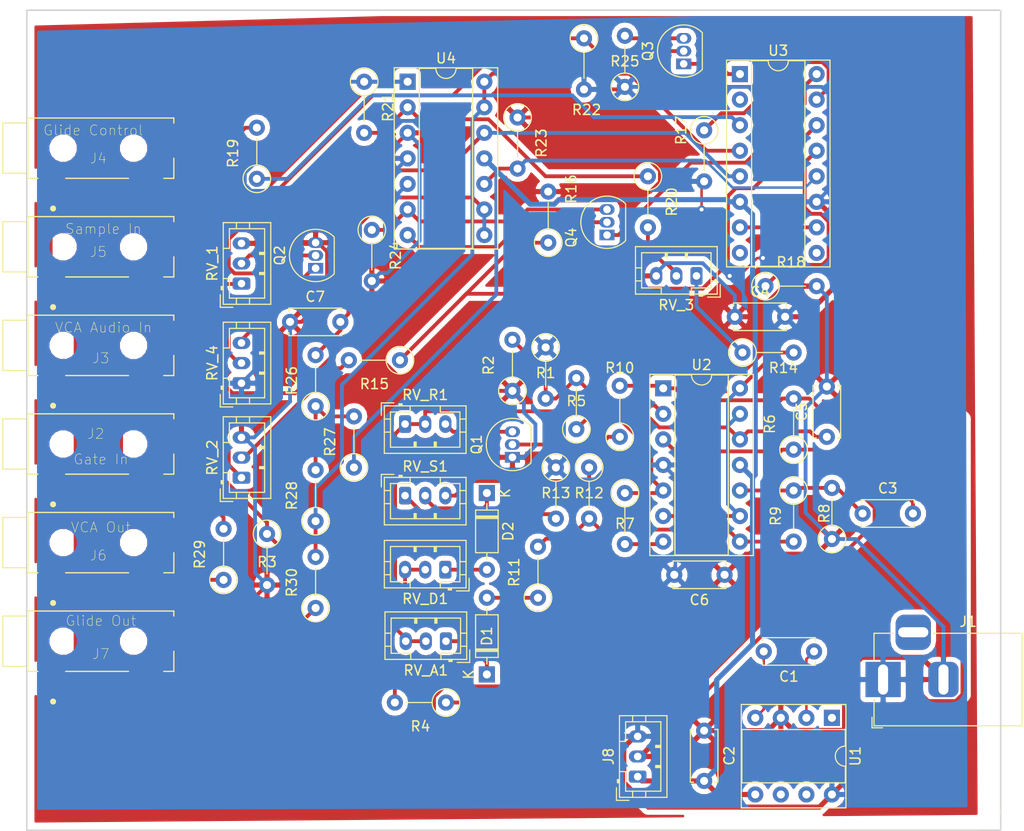
<source format=kicad_pcb>
(kicad_pcb (version 20171130) (host pcbnew "(5.0.1)-rc2")
  (layers (0 F.Cu signal) (31 B.Cu signal) (34 B.Paste user) (35 F.Paste user) (36 B.SilkS user) (37 F.SilkS user) (38 B.Mask user) (39 F.Mask user) (44 Edge.Cuts user))
  (net 0 "")
  (net 1 "Net-(C1-Pad1)")
  (net 2 "Net-(C1-Pad2)")
  (net 3 -9V)
  (net 4 GND)
  (net 5 "Net-(C3-Pad2)")
  (net 6 "Net-(C3-Pad1)")
  (net 7 +9V)
  (net 8 "Net-(C5-Pad1)")
  (net 9 "Net-(C7-Pad2)")
  (net 10 "Net-(D1-Pad1)")
  (net 11 "Net-(D1-Pad2)")
  (net 12 "Net-(D2-Pad2)")
  (net 13 "Net-(D2-Pad1)")
  (net 14 "Net-(Q1-Pad3)")
  (net 15 "Net-(Q1-Pad2)")
  (net 16 "Net-(Q2-Pad1)")
  (net 17 "Net-(Q2-Pad2)")
  (net 18 "Net-(Q3-Pad2)")
  (net 19 "Net-(Q3-Pad3)")
  (net 20 "Net-(Q3-Pad1)")
  (net 21 "Net-(Q4-Pad2)")
  (net 22 "Net-(Q4-Pad3)")
  (net 23 "Net-(Q4-Pad1)")
  (net 24 "Net-(R1-Pad2)")
  (net 25 "Net-(J2-PadT)")
  (net 26 "Net-(R4-Pad1)")
  (net 27 "Net-(R5-Pad1)")
  (net 28 "Net-(R7-Pad2)")
  (net 29 "Net-(R11-Pad2)")
  (net 30 "Net-(R12-Pad1)")
  (net 31 "Net-(R13-Pad2)")
  (net 32 "Net-(R14-Pad1)")
  (net 33 "Net-(R14-Pad2)")
  (net 34 "Net-(R15-Pad1)")
  (net 35 "Net-(R15-Pad2)")
  (net 36 "Net-(R17-Pad1)")
  (net 37 "Net-(R18-Pad1)")
  (net 38 "Net-(R19-Pad1)")
  (net 39 "Net-(J4-PadT)")
  (net 40 "Net-(R20-Pad2)")
  (net 41 "Net-(R20-Pad1)")
  (net 42 "Net-(R21-Pad1)")
  (net 43 "Net-(R23-Pad2)")
  (net 44 "Net-(R26-Pad1)")
  (net 45 "Net-(R28-Pad1)")
  (net 46 "Net-(J6-PadT)")
  (net 47 "Net-(R29-Pad2)")
  (net 48 "Net-(J7-PadT)")
  (net 49 "Net-(J5-PadT)")
  (net 50 "Net-(J3-PadT)")
  (net 51 "Net-(U1-Pad1)")
  (net 52 "Net-(U1-Pad6)")
  (net 53 "Net-(U1-Pad7)")
  (net 54 "Net-(U3-Pad9)")
  (net 55 "Net-(U3-Pad2)")
  (net 56 "Net-(U3-Pad10)")
  (net 57 "Net-(U3-Pad8)")
  (net 58 "Net-(J3-PadTN)")
  (net 59 "Net-(J2-PadTN)")
  (net 60 "Net-(J5-PadTN)")
  (net 61 "Net-(J4-PadTN)")
  (net 62 "Net-(J7-PadTN)")
  (net 63 "Net-(J6-PadTN)")
  (module Capacitor_THT:C_Disc_D5.0mm_W2.5mm_P5.00mm (layer F.Cu) (at 189.992 147.32 180)
    (fp_text reference C1 (at 2.5 -2.5 180) (layer F.SilkS))
    (fp_text value 10uF)
    (pad 1 thru_hole circle (at 0 0 180) (size 1.6 1.6) (drill 0.8) (layers *.Cu *.Mask) (net 1 "Net-(C1-Pad1)"))
    (pad 2 thru_hole circle (at 5 0 180) (size 1.6 1.6) (drill 0.8) (layers *.Cu *.Mask) (net 2 "Net-(C1-Pad2)"))
  )
  (module Capacitor_THT:C_Disc_D5.0mm_W2.5mm_P5.00mm (layer F.Cu) (at 179.07 155.194 270)
    (fp_text reference C2 (at 2.5 -2.5 270) (layer F.SilkS))
    (fp_text value 10uF)
    (pad 2 thru_hole circle (at 5 0 270) (size 1.6 1.6) (drill 0.8) (layers *.Cu *.Mask) (net 3 -9V))
    (pad 1 thru_hole circle (at 0 0 270) (size 1.6 1.6) (drill 0.8) (layers *.Cu *.Mask) (net 4 GND))
  )
  (module Capacitor_THT:C_Disc_D5.0mm_W2.5mm_P5.00mm (layer F.Cu) (at 194.818 133.604)
    (fp_text reference C3 (at 2.5 -2.5) (layer F.SilkS))
    (fp_text value 10nF)
    (pad 1 thru_hole circle (at 0 0) (size 1.6 1.6) (drill 0.8) (layers *.Cu *.Mask) (net 6 "Net-(C3-Pad1)"))
    (pad 2 thru_hole circle (at 5 0) (size 1.6 1.6) (drill 0.8) (layers *.Cu *.Mask) (net 5 "Net-(C3-Pad2)"))
  )
  (module Capacitor_THT:C_Disc_D5.0mm_W2.5mm_P5.00mm (layer F.Cu) (at 182.118 114.046)
    (fp_text reference C4 (at 2.5 -2.5) (layer F.SilkS))
    (fp_text value 100nF)
    (pad 2 thru_hole circle (at 5 0) (size 1.6 1.6) (drill 0.8) (layers *.Cu *.Mask) (net 7 +9V))
    (pad 1 thru_hole circle (at 0 0) (size 1.6 1.6) (drill 0.8) (layers *.Cu *.Mask) (net 4 GND))
  )
  (module Capacitor_THT:C_Disc_D5.0mm_W2.5mm_P5.00mm (layer F.Cu) (at 137.922 114.554)
    (fp_text reference C7 (at 2.5 -2.5) (layer F.SilkS))
    (fp_text value 1uF)
    (pad 1 thru_hole circle (at 0 0) (size 1.6 1.6) (drill 0.8) (layers *.Cu *.Mask) (net 4 GND))
    (pad 2 thru_hole circle (at 5 0) (size 1.6 1.6) (drill 0.8) (layers *.Cu *.Mask) (net 9 "Net-(C7-Pad2)"))
  )
  (module Capacitor_THT:C_Disc_D5.0mm_W2.5mm_P5.00mm (layer F.Cu) (at 181.102 139.7 180)
    (fp_text reference C6 (at 2.5 -2.5 180) (layer F.SilkS))
    (fp_text value 100nF)
    (pad 2 thru_hole circle (at 5 0 180) (size 1.6 1.6) (drill 0.8) (layers *.Cu *.Mask) (net 7 +9V))
    (pad 1 thru_hole circle (at 0 0 180) (size 1.6 1.6) (drill 0.8) (layers *.Cu *.Mask) (net 4 GND))
  )
  (module Capacitor_THT:C_Disc_D5.0mm_W2.5mm_P5.00mm (layer F.Cu) (at 191.262 125.984 90)
    (fp_text reference C5 (at 2.5 -2.5 90) (layer F.SilkS))
    (fp_text value 10uF)
    (pad 1 thru_hole circle (at 0 0 90) (size 1.6 1.6) (drill 0.8) (layers *.Cu *.Mask) (net 8 "Net-(C5-Pad1)"))
    (pad 2 thru_hole circle (at 5 0 90) (size 1.6 1.6) (drill 0.8) (layers *.Cu *.Mask) (net 4 GND))
  )
  (module Connector_BarrelJack:BarrelJack_Horizontal (layer F.Cu) (at 196.85 150.114 180)
    (fp_text reference J1 (at -8.45 5.75 180) (layer F.SilkS))
    (fp_text value Jack-DC)
    (pad 1 thru_hole rect (at 0 0 180) (size 3.5 3.5) (drill oval 1 3) (layers *.Cu *.Mask) (net 7 +9V))
    (pad 2 thru_hole roundrect (at -6 0 180) (size 3 3.5) (drill oval 1 3) (layers *.Cu *.Mask) (net 4 GND))
    (pad 3 thru_hole roundrect (at -3 4.7 180) (size 3.5 3.5) (drill oval 3 1) (layers *.Cu *.Mask))
  )
  (module Connector_JST:JST_PH_B3B-PH-K_1x03_P2.00mm_Vertical (layer F.Cu) (at 133.096 120.65 90)
    (fp_text reference RV_4 (at 2 -2.9 90) (layer F.SilkS))
    (fp_text value 100K)
    (pad 1 thru_hole roundrect (at 0 0 90) (size 1.2 1.75) (drill 0.75) (layers *.Cu *.Mask) (roundrect_rratio 0.208333) (net 7 +9V))
    (pad 2 thru_hole oval (at 2 0 90) (size 1.2 1.75) (drill 0.75) (layers *.Cu *.Mask) (net 18 "Net-(Q3-Pad2)"))
    (pad 3 thru_hole oval (at 4 0 90) (size 1.2 1.75) (drill 0.75) (layers *.Cu *.Mask) (net 16 "Net-(Q2-Pad1)"))
  )
  (module Connector_JST:JST_PH_B3B-PH-K_1x03_P2.00mm_Vertical (layer F.Cu) (at 153.416 146.304 180)
    (fp_text reference RV_A1 (at 2 -2.9 180) (layer F.SilkS))
    (fp_text value 1M)
    (pad 3 thru_hole oval (at 4 0 180) (size 1.2 1.75) (drill 0.75) (layers *.Cu *.Mask) (net 8 "Net-(C5-Pad1)"))
    (pad 2 thru_hole oval (at 2 0 180) (size 1.2 1.75) (drill 0.75) (layers *.Cu *.Mask) (net 8 "Net-(C5-Pad1)"))
    (pad 1 thru_hole roundrect (at 0 0 180) (size 1.2 1.75) (drill 0.75) (layers *.Cu *.Mask) (roundrect_rratio 0.208333) (net 10 "Net-(D1-Pad1)"))
  )
  (module Connector_JST:JST_PH_B3B-PH-K_1x03_P2.00mm_Vertical (layer F.Cu) (at 178.308 109.982 180)
    (fp_text reference RV_3 (at 2 -2.9 180) (layer F.SilkS))
    (fp_text value 100K)
    (pad 1 thru_hole roundrect (at 0 0 180) (size 1.2 1.75) (drill 0.75) (layers *.Cu *.Mask) (roundrect_rratio 0.208333) (net 32 "Net-(R14-Pad1)"))
    (pad 2 thru_hole oval (at 2 0 180) (size 1.2 1.75) (drill 0.75) (layers *.Cu *.Mask) (net 40 "Net-(R20-Pad2)"))
    (pad 3 thru_hole oval (at 4 0 180) (size 1.2 1.75) (drill 0.75) (layers *.Cu *.Mask) (net 4 GND))
  )
  (module Connector_JST:JST_PH_B3B-PH-K_1x03_P2.00mm_Vertical (layer F.Cu) (at 133.096 130.048 90)
    (fp_text reference RV_2 (at 2 -2.9 90) (layer F.SilkS))
    (fp_text value 100K)
    (pad 3 thru_hole oval (at 4 0 90) (size 1.2 1.75) (drill 0.75) (layers *.Cu *.Mask) (net 4 GND))
    (pad 2 thru_hole oval (at 2 0 90) (size 1.2 1.75) (drill 0.75) (layers *.Cu *.Mask) (net 35 "Net-(R15-Pad2)"))
    (pad 1 thru_hole roundrect (at 0 0 90) (size 1.2 1.75) (drill 0.75) (layers *.Cu *.Mask) (roundrect_rratio 0.208333) (net 50 "Net-(J3-PadT)"))
  )
  (module Connector_JST:JST_PH_B3B-PH-K_1x03_P2.00mm_Vertical (layer F.Cu) (at 133.096 110.744 90)
    (fp_text reference RV_1 (at 2 -2.9 90) (layer F.SilkS))
    (fp_text value 100K)
    (pad 1 thru_hole roundrect (at 0 0 90) (size 1.2 1.75) (drill 0.75) (layers *.Cu *.Mask) (roundrect_rratio 0.208333) (net 49 "Net-(J5-PadT)"))
    (pad 2 thru_hole oval (at 2 0 90) (size 1.2 1.75) (drill 0.75) (layers *.Cu *.Mask) (net 17 "Net-(Q2-Pad2)"))
    (pad 3 thru_hole oval (at 4 0 90) (size 1.2 1.75) (drill 0.75) (layers *.Cu *.Mask) (net 4 GND))
  )
  (module Connector_JST:JST_PH_B3B-PH-K_1x03_P2.00mm_Vertical (layer F.Cu) (at 153.352 139.192 180)
    (fp_text reference RV_D1 (at 2 -2.9 180) (layer F.SilkS))
    (fp_text value 1M)
    (pad 3 thru_hole oval (at 4 0 180) (size 1.2 1.75) (drill 0.75) (layers *.Cu *.Mask) (net 8 "Net-(C5-Pad1)"))
    (pad 2 thru_hole oval (at 2 0 180) (size 1.2 1.75) (drill 0.75) (layers *.Cu *.Mask) (net 8 "Net-(C5-Pad1)"))
    (pad 1 thru_hole roundrect (at 0 0 180) (size 1.2 1.75) (drill 0.75) (layers *.Cu *.Mask) (roundrect_rratio 0.208333) (net 12 "Net-(D2-Pad2)"))
  )
  (module Connector_JST:JST_PH_B3B-PH-K_1x03_P2.00mm_Vertical (layer F.Cu) (at 149.352 124.714)
    (fp_text reference RV_R1 (at 2 -2.9) (layer F.SilkS))
    (fp_text value 1M)
    (pad 1 thru_hole roundrect (at 0 0) (size 1.2 1.75) (drill 0.75) (layers *.Cu *.Mask) (roundrect_rratio 0.208333) (net 8 "Net-(C5-Pad1)"))
    (pad 2 thru_hole oval (at 2 0) (size 1.2 1.75) (drill 0.75) (layers *.Cu *.Mask) (net 8 "Net-(C5-Pad1)"))
    (pad 3 thru_hole oval (at 4 0) (size 1.2 1.75) (drill 0.75) (layers *.Cu *.Mask) (net 14 "Net-(Q1-Pad3)"))
  )
  (module Connector_JST:JST_PH_B3B-PH-K_1x03_P2.00mm_Vertical (layer F.Cu) (at 172.466 159.766 90)
    (fp_text reference J8 (at 2 -2.9 90) (layer F.SilkS))
    (fp_text value "Power Out")
    (pad 3 thru_hole oval (at 4 0 90) (size 1.2 1.75) (drill 0.75) (layers *.Cu *.Mask) (net 7 +9V))
    (pad 2 thru_hole oval (at 2 0 90) (size 1.2 1.75) (drill 0.75) (layers *.Cu *.Mask) (net 4 GND))
    (pad 1 thru_hole roundrect (at 0 0 90) (size 1.2 1.75) (drill 0.75) (layers *.Cu *.Mask) (roundrect_rratio 0.208333) (net 3 -9V))
  )
  (module Connector_JST:JST_PH_B3B-PH-K_1x03_P2.00mm_Vertical (layer F.Cu) (at 149.352 131.826)
    (fp_text reference RV_S1 (at 2 -2.9) (layer F.SilkS))
    (fp_text value 10K)
    (pad 1 thru_hole roundrect (at 0 0) (size 1.2 1.75) (drill 0.75) (layers *.Cu *.Mask) (roundrect_rratio 0.208333) (net 31 "Net-(R13-Pad2)"))
    (pad 2 thru_hole oval (at 2 0) (size 1.2 1.75) (drill 0.75) (layers *.Cu *.Mask) (net 13 "Net-(D2-Pad1)"))
    (pad 3 thru_hole oval (at 4 0) (size 1.2 1.75) (drill 0.75) (layers *.Cu *.Mask) (net 30 "Net-(R12-Pad1)"))
  )
  (module Diode_THT:D_DO-35_SOD27_P7.62mm_Horizontal (layer F.Cu) (at 157.48 149.606 90)
    (fp_text reference D1 (at 3.81 0 90) (layer F.SilkS))
    (fp_text value D)
    (fp_text user K (at 0 -1.8 90) (layer F.SilkS))
    (pad 2 thru_hole oval (at 7.62 0 90) (size 1.6 1.6) (drill 0.8) (layers *.Cu *.Mask) (net 11 "Net-(D1-Pad2)"))
    (pad 1 thru_hole rect (at 0 0 90) (size 1.6 1.6) (drill 0.8) (layers *.Cu *.Mask) (net 10 "Net-(D1-Pad1)"))
  )
  (module Diode_THT:D_DO-35_SOD27_P7.62mm_Horizontal (layer F.Cu) (at 157.48 131.572 270)
    (fp_text reference D2 (at 3.81 -2.12 270) (layer F.SilkS))
    (fp_text value D)
    (fp_text user K (at 0 -1.8 270) (layer F.SilkS))
    (pad 1 thru_hole rect (at 0 0 270) (size 1.6 1.6) (drill 0.8) (layers *.Cu *.Mask) (net 13 "Net-(D2-Pad1)"))
    (pad 2 thru_hole oval (at 7.62 0 270) (size 1.6 1.6) (drill 0.8) (layers *.Cu *.Mask) (net 12 "Net-(D2-Pad2)"))
  )
  (module Package_DIP:DIP-14_W7.62mm_Socket (layer F.Cu) (at 175.006 121.158)
    (fp_text reference U2 (at 3.81 -2.33) (layer F.SilkS))
    (fp_text value LM324)
    (pad 14 thru_hole oval (at 7.62 0) (size 1.6 1.6) (drill 0.8) (layers *.Cu *.Mask) (net 33 "Net-(R14-Pad2)"))
    (pad 7 thru_hole oval (at 0 15.24) (size 1.6 1.6) (drill 0.8) (layers *.Cu *.Mask) (net 28 "Net-(R7-Pad2)"))
    (pad 13 thru_hole oval (at 7.62 2.54) (size 1.6 1.6) (drill 0.8) (layers *.Cu *.Mask) (net 33 "Net-(R14-Pad2)"))
    (pad 6 thru_hole oval (at 0 12.7) (size 1.6 1.6) (drill 0.8) (layers *.Cu *.Mask) (net 33 "Net-(R14-Pad2)"))
    (pad 12 thru_hole oval (at 7.62 5.08) (size 1.6 1.6) (drill 0.8) (layers *.Cu *.Mask) (net 8 "Net-(C5-Pad1)"))
    (pad 5 thru_hole oval (at 0 10.16) (size 1.6 1.6) (drill 0.8) (layers *.Cu *.Mask) (net 27 "Net-(R5-Pad1)"))
    (pad 11 thru_hole oval (at 7.62 7.62) (size 1.6 1.6) (drill 0.8) (layers *.Cu *.Mask) (net 3 -9V))
    (pad 4 thru_hole oval (at 0 7.62) (size 1.6 1.6) (drill 0.8) (layers *.Cu *.Mask) (net 7 +9V))
    (pad 10 thru_hole oval (at 7.62 10.16) (size 1.6 1.6) (drill 0.8) (layers *.Cu *.Mask) (net 6 "Net-(C3-Pad1)"))
    (pad 3 thru_hole oval (at 0 5.08) (size 1.6 1.6) (drill 0.8) (layers *.Cu *.Mask) (net 26 "Net-(R4-Pad1)"))
    (pad 9 thru_hole oval (at 7.62 12.7) (size 1.6 1.6) (drill 0.8) (layers *.Cu *.Mask) (net 33 "Net-(R14-Pad2)"))
    (pad 2 thru_hole oval (at 0 2.54) (size 1.6 1.6) (drill 0.8) (layers *.Cu *.Mask) (net 24 "Net-(R1-Pad2)"))
    (pad 8 thru_hole oval (at 7.62 15.24) (size 1.6 1.6) (drill 0.8) (layers *.Cu *.Mask) (net 29 "Net-(R11-Pad2)"))
    (pad 1 thru_hole rect (at 0 0) (size 1.6 1.6) (drill 0.8) (layers *.Cu *.Mask) (net 5 "Net-(C3-Pad2)"))
  )
  (module Package_DIP:DIP-14_W7.62mm_Socket (layer F.Cu) (at 149.606 90.678)
    (fp_text reference U4 (at 3.81 -2.33) (layer F.SilkS))
    (fp_text value LM324)
    (pad 1 thru_hole rect (at 0 0) (size 1.6 1.6) (drill 0.8) (layers *.Cu *.Mask) (net 42 "Net-(R21-Pad1)"))
    (pad 8 thru_hole oval (at 7.62 15.24) (size 1.6 1.6) (drill 0.8) (layers *.Cu *.Mask) (net 47 "Net-(R29-Pad2)"))
    (pad 2 thru_hole oval (at 0 2.54) (size 1.6 1.6) (drill 0.8) (layers *.Cu *.Mask) (net 41 "Net-(R20-Pad1)"))
    (pad 9 thru_hole oval (at 7.62 12.7) (size 1.6 1.6) (drill 0.8) (layers *.Cu *.Mask) (net 47 "Net-(R29-Pad2)"))
    (pad 3 thru_hole oval (at 0 5.08) (size 1.6 1.6) (drill 0.8) (layers *.Cu *.Mask) (net 4 GND))
    (pad 10 thru_hole oval (at 7.62 10.16) (size 1.6 1.6) (drill 0.8) (layers *.Cu *.Mask) (net 43 "Net-(R23-Pad2)"))
    (pad 4 thru_hole oval (at 0 7.62) (size 1.6 1.6) (drill 0.8) (layers *.Cu *.Mask) (net 7 +9V))
    (pad 11 thru_hole oval (at 7.62 7.62) (size 1.6 1.6) (drill 0.8) (layers *.Cu *.Mask) (net 3 -9V))
    (pad 5 thru_hole oval (at 0 10.16) (size 1.6 1.6) (drill 0.8) (layers *.Cu *.Mask) (net 42 "Net-(R21-Pad1)"))
    (pad 12 thru_hole oval (at 7.62 5.08) (size 1.6 1.6) (drill 0.8) (layers *.Cu *.Mask) (net 9 "Net-(C7-Pad2)"))
    (pad 6 thru_hole oval (at 0 12.7) (size 1.6 1.6) (drill 0.8) (layers *.Cu *.Mask) (net 22 "Net-(Q4-Pad3)"))
    (pad 13 thru_hole oval (at 7.62 2.54) (size 1.6 1.6) (drill 0.8) (layers *.Cu *.Mask) (net 45 "Net-(R28-Pad1)"))
    (pad 7 thru_hole oval (at 0 15.24) (size 1.6 1.6) (drill 0.8) (layers *.Cu *.Mask) (net 21 "Net-(Q4-Pad2)"))
    (pad 14 thru_hole oval (at 7.62 0) (size 1.6 1.6) (drill 0.8) (layers *.Cu *.Mask) (net 45 "Net-(R28-Pad1)"))
  )
  (module Package_DIP:DIP-16_W7.62mm_Socket (layer F.Cu) (at 182.626 89.916)
    (fp_text reference U3 (at 3.81 -2.33) (layer F.SilkS))
    (fp_text value LM13700)
    (pad 1 thru_hole rect (at 0 0) (size 1.6 1.6) (drill 0.8) (layers *.Cu *.Mask) (net 20 "Net-(Q3-Pad1)"))
    (pad 9 thru_hole oval (at 7.62 17.78) (size 1.6 1.6) (drill 0.8) (layers *.Cu *.Mask) (net 54 "Net-(U3-Pad9)"))
    (pad 2 thru_hole oval (at 0 2.54) (size 1.6 1.6) (drill 0.8) (layers *.Cu *.Mask) (net 55 "Net-(U3-Pad2)"))
    (pad 10 thru_hole oval (at 7.62 15.24) (size 1.6 1.6) (drill 0.8) (layers *.Cu *.Mask) (net 56 "Net-(U3-Pad10)"))
    (pad 3 thru_hole oval (at 0 5.08) (size 1.6 1.6) (drill 0.8) (layers *.Cu *.Mask) (net 38 "Net-(R19-Pad1)"))
    (pad 11 thru_hole oval (at 7.62 12.7) (size 1.6 1.6) (drill 0.8) (layers *.Cu *.Mask) (net 7 +9V))
    (pad 4 thru_hole oval (at 0 7.62) (size 1.6 1.6) (drill 0.8) (layers *.Cu *.Mask) (net 45 "Net-(R28-Pad1)"))
    (pad 12 thru_hole oval (at 7.62 10.16) (size 1.6 1.6) (drill 0.8) (layers *.Cu *.Mask) (net 43 "Net-(R23-Pad2)"))
    (pad 5 thru_hole oval (at 0 10.16) (size 1.6 1.6) (drill 0.8) (layers *.Cu *.Mask) (net 9 "Net-(C7-Pad2)"))
    (pad 13 thru_hole oval (at 7.62 7.62) (size 1.6 1.6) (drill 0.8) (layers *.Cu *.Mask) (net 37 "Net-(R18-Pad1)"))
    (pad 6 thru_hole oval (at 0 12.7) (size 1.6 1.6) (drill 0.8) (layers *.Cu *.Mask) (net 3 -9V))
    (pad 14 thru_hole oval (at 7.62 5.08) (size 1.6 1.6) (drill 0.8) (layers *.Cu *.Mask) (net 34 "Net-(R15-Pad1)"))
    (pad 7 thru_hole oval (at 0 15.24) (size 1.6 1.6) (drill 0.8) (layers *.Cu *.Mask) (net 56 "Net-(U3-Pad10)"))
    (pad 15 thru_hole oval (at 7.62 2.54) (size 1.6 1.6) (drill 0.8) (layers *.Cu *.Mask) (net 36 "Net-(R17-Pad1)"))
    (pad 8 thru_hole oval (at 0 17.78) (size 1.6 1.6) (drill 0.8) (layers *.Cu *.Mask) (net 57 "Net-(U3-Pad8)"))
    (pad 16 thru_hole oval (at 7.62 0) (size 1.6 1.6) (drill 0.8) (layers *.Cu *.Mask) (net 23 "Net-(Q4-Pad1)"))
  )
  (module Package_DIP:DIP-8_W7.62mm_Socket (layer F.Cu) (at 191.77 153.924 270)
    (fp_text reference U1 (at 3.81 -2.33 270) (layer F.SilkS))
    (fp_text value LTC1044)
    (pad 1 thru_hole rect (at 0 0 270) (size 1.6 1.6) (drill 0.8) (layers *.Cu *.Mask) (net 51 "Net-(U1-Pad1)"))
    (pad 5 thru_hole oval (at 7.62 7.62 270) (size 1.6 1.6) (drill 0.8) (layers *.Cu *.Mask) (net 3 -9V))
    (pad 2 thru_hole oval (at 0 2.54 270) (size 1.6 1.6) (drill 0.8) (layers *.Cu *.Mask) (net 1 "Net-(C1-Pad1)"))
    (pad 6 thru_hole oval (at 7.62 5.08 270) (size 1.6 1.6) (drill 0.8) (layers *.Cu *.Mask) (net 52 "Net-(U1-Pad6)"))
    (pad 3 thru_hole oval (at 0 5.08 270) (size 1.6 1.6) (drill 0.8) (layers *.Cu *.Mask) (net 4 GND))
    (pad 7 thru_hole oval (at 7.62 2.54 270) (size 1.6 1.6) (drill 0.8) (layers *.Cu *.Mask) (net 53 "Net-(U1-Pad7)"))
    (pad 4 thru_hole oval (at 0 7.62 270) (size 1.6 1.6) (drill 0.8) (layers *.Cu *.Mask) (net 2 "Net-(C1-Pad2)"))
    (pad 8 thru_hole oval (at 7.62 0 270) (size 1.6 1.6) (drill 0.8) (layers *.Cu *.Mask) (net 7 +9V))
  )
  (module Package_TO_SOT_THT:TO-92_Inline (layer F.Cu) (at 169.418 105.918 90)
    (fp_text reference Q4 (at -0.254 -3.556 90) (layer F.SilkS))
    (fp_text value BC559)
    (pad 1 thru_hole rect (at 0 0 90) (size 1.05 1.5) (drill 0.75) (layers *.Cu *.Mask) (net 23 "Net-(Q4-Pad1)"))
    (pad 3 thru_hole oval (at 2.54 0 90) (size 1.05 1.5) (drill 0.75) (layers *.Cu *.Mask) (net 22 "Net-(Q4-Pad3)"))
    (pad 2 thru_hole oval (at 1.27 0 90) (size 1.05 1.5) (drill 0.75) (layers *.Cu *.Mask) (net 21 "Net-(Q4-Pad2)"))
  )
  (module Package_TO_SOT_THT:TO-92_Inline (layer F.Cu) (at 177.038 88.9 90)
    (fp_text reference Q3 (at 1.27 -3.56 90) (layer F.SilkS))
    (fp_text value BC559)
    (pad 2 thru_hole oval (at 1.27 0 90) (size 1.05 1.5) (drill 0.75) (layers *.Cu *.Mask) (net 18 "Net-(Q3-Pad2)"))
    (pad 3 thru_hole oval (at 2.54 0 90) (size 1.05 1.5) (drill 0.75) (layers *.Cu *.Mask) (net 19 "Net-(Q3-Pad3)"))
    (pad 1 thru_hole rect (at 0 0 90) (size 1.05 1.5) (drill 0.75) (layers *.Cu *.Mask) (net 20 "Net-(Q3-Pad1)"))
  )
  (module Package_TO_SOT_THT:TO-92_Inline (layer F.Cu) (at 140.462 109.22 90)
    (fp_text reference Q2 (at 1.27 -3.56 90) (layer F.SilkS))
    (fp_text value BC548)
    (pad 1 thru_hole rect (at 0 0 90) (size 1.05 1.5) (drill 0.75) (layers *.Cu *.Mask) (net 16 "Net-(Q2-Pad1)"))
    (pad 3 thru_hole oval (at 2.54 0 90) (size 1.05 1.5) (drill 0.75) (layers *.Cu *.Mask) (net 4 GND))
    (pad 2 thru_hole oval (at 1.27 0 90) (size 1.05 1.5) (drill 0.75) (layers *.Cu *.Mask) (net 17 "Net-(Q2-Pad2)"))
  )
  (module Package_TO_SOT_THT:TO-92_Inline (layer F.Cu) (at 160.02 128.016 90)
    (fp_text reference Q1 (at 1.27 -3.56 90) (layer F.SilkS))
    (fp_text value BC559)
    (pad 2 thru_hole oval (at 1.27 0 90) (size 1.05 1.5) (drill 0.75) (layers *.Cu *.Mask) (net 15 "Net-(Q1-Pad2)"))
    (pad 3 thru_hole oval (at 2.54 0 90) (size 1.05 1.5) (drill 0.75) (layers *.Cu *.Mask) (net 14 "Net-(Q1-Pad3)"))
    (pad 1 thru_hole rect (at 0 0 90) (size 1.05 1.5) (drill 0.75) (layers *.Cu *.Mask) (net 4 GND))
  )
  (module Resistor_THT:R_Axial_DIN0207_L6.3mm_D2.5mm_P5.08mm_Vertical (layer F.Cu) (at 135.636 135.636 270)
    (fp_text reference R3 (at 2.794 0) (layer F.SilkS))
    (fp_text value 22K)
    (pad 2 thru_hole oval (at 5.08 0 270) (size 1.6 1.6) (drill 0.8) (layers *.Cu *.Mask) (net 4 GND))
    (pad 1 thru_hole circle (at 0 0 270) (size 1.6 1.6) (drill 0.8) (layers *.Cu *.Mask) (net 25 "Net-(J2-PadT)"))
  )
  (module Resistor_THT:R_Axial_DIN0207_L6.3mm_D2.5mm_P5.08mm_Vertical (layer F.Cu) (at 163.322 117.094 270)
    (fp_text reference R1 (at 2.54 0) (layer F.SilkS))
    (fp_text value 33K)
    (pad 1 thru_hole circle (at 0 0 270) (size 1.6 1.6) (drill 0.8) (layers *.Cu *.Mask) (net 7 +9V))
    (pad 2 thru_hole oval (at 5.08 0 270) (size 1.6 1.6) (drill 0.8) (layers *.Cu *.Mask) (net 24 "Net-(R1-Pad2)"))
  )
  (module Resistor_THT:R_Axial_DIN0207_L6.3mm_D2.5mm_P5.08mm_Vertical (layer F.Cu) (at 146.05 105.41 270)
    (fp_text reference R24 (at 2.54 -2.37 270) (layer F.SilkS))
    (fp_text value 5K)
    (pad 2 thru_hole oval (at 5.08 0 270) (size 1.6 1.6) (drill 0.8) (layers *.Cu *.Mask) (net 4 GND))
    (pad 1 thru_hole circle (at 0 0 270) (size 1.6 1.6) (drill 0.8) (layers *.Cu *.Mask) (net 22 "Net-(Q4-Pad3)"))
  )
  (module Resistor_THT:R_Axial_DIN0207_L6.3mm_D2.5mm_P5.08mm_Vertical (layer F.Cu) (at 171.196 91.186 90)
    (fp_text reference R25 (at 2.54 0 180) (layer F.SilkS))
    (fp_text value 33K)
    (pad 1 thru_hole circle (at 0 0 90) (size 1.6 1.6) (drill 0.8) (layers *.Cu *.Mask) (net 7 +9V))
    (pad 2 thru_hole oval (at 5.08 0 90) (size 1.6 1.6) (drill 0.8) (layers *.Cu *.Mask) (net 19 "Net-(Q3-Pad3)"))
  )
  (module Resistor_THT:R_Axial_DIN0207_L6.3mm_D2.5mm_P5.08mm_Vertical (layer F.Cu) (at 140.462 122.936 90)
    (fp_text reference R26 (at 2.54 -2.37 90) (layer F.SilkS))
    (fp_text value 1M)
    (pad 2 thru_hole oval (at 5.08 0 90) (size 1.6 1.6) (drill 0.8) (layers *.Cu *.Mask) (net 9 "Net-(C7-Pad2)"))
    (pad 1 thru_hole circle (at 0 0 90) (size 1.6 1.6) (drill 0.8) (layers *.Cu *.Mask) (net 44 "Net-(R26-Pad1)"))
  )
  (module Resistor_THT:R_Axial_DIN0207_L6.3mm_D2.5mm_P5.08mm_Vertical (layer F.Cu) (at 144.272 129.032 90)
    (fp_text reference R27 (at 2.54 -2.37 90) (layer F.SilkS))
    (fp_text value 1M)
    (pad 1 thru_hole circle (at 0 0 90) (size 1.6 1.6) (drill 0.8) (layers *.Cu *.Mask) (net 3 -9V))
    (pad 2 thru_hole oval (at 5.08 0 90) (size 1.6 1.6) (drill 0.8) (layers *.Cu *.Mask) (net 44 "Net-(R26-Pad1)"))
  )
  (module Resistor_THT:R_Axial_DIN0207_L6.3mm_D2.5mm_P5.08mm_Vertical (layer F.Cu) (at 140.462 134.366 90)
    (fp_text reference R28 (at 2.54 -2.37 90) (layer F.SilkS))
    (fp_text value 1M)
    (pad 2 thru_hole oval (at 5.08 0 90) (size 1.6 1.6) (drill 0.8) (layers *.Cu *.Mask) (net 44 "Net-(R26-Pad1)"))
    (pad 1 thru_hole circle (at 0 0 90) (size 1.6 1.6) (drill 0.8) (layers *.Cu *.Mask) (net 45 "Net-(R28-Pad1)"))
  )
  (module Resistor_THT:R_Axial_DIN0207_L6.3mm_D2.5mm_P5.08mm_Vertical (layer F.Cu) (at 131.318 140.208 90)
    (fp_text reference R29 (at 2.54 -2.37 90) (layer F.SilkS))
    (fp_text value 1K)
    (pad 1 thru_hole circle (at 0 0 90) (size 1.6 1.6) (drill 0.8) (layers *.Cu *.Mask) (net 46 "Net-(J6-PadT)"))
    (pad 2 thru_hole oval (at 5.08 0 90) (size 1.6 1.6) (drill 0.8) (layers *.Cu *.Mask) (net 47 "Net-(R29-Pad2)"))
  )
  (module Resistor_THT:R_Axial_DIN0207_L6.3mm_D2.5mm_P5.08mm_Vertical (layer F.Cu) (at 140.462 143.002 90)
    (fp_text reference R30 (at 2.54 -2.37 90) (layer F.SilkS))
    (fp_text value 1K)
    (pad 2 thru_hole oval (at 5.08 0 90) (size 1.6 1.6) (drill 0.8) (layers *.Cu *.Mask) (net 45 "Net-(R28-Pad1)"))
    (pad 1 thru_hole circle (at 0 0 90) (size 1.6 1.6) (drill 0.8) (layers *.Cu *.Mask) (net 48 "Net-(J7-PadT)"))
  )
  (module Resistor_THT:R_Axial_DIN0207_L6.3mm_D2.5mm_P5.08mm_Vertical (layer F.Cu) (at 153.416 152.4 180)
    (fp_text reference R4 (at 2.54 -2.37 180) (layer F.SilkS))
    (fp_text value 1K)
    (pad 1 thru_hole circle (at 0 0 180) (size 1.6 1.6) (drill 0.8) (layers *.Cu *.Mask) (net 26 "Net-(R4-Pad1)"))
    (pad 2 thru_hole oval (at 5.08 0 180) (size 1.6 1.6) (drill 0.8) (layers *.Cu *.Mask) (net 25 "Net-(J2-PadT)"))
  )
  (module Resistor_THT:R_Axial_DIN0207_L6.3mm_D2.5mm_P5.08mm_Vertical (layer F.Cu) (at 167.132 86.36 270)
    (fp_text reference R22 (at 7.112 -0.254) (layer F.SilkS))
    (fp_text value 33K)
    (pad 2 thru_hole oval (at 5.08 0 270) (size 1.6 1.6) (drill 0.8) (layers *.Cu *.Mask) (net 7 +9V))
    (pad 1 thru_hole circle (at 0 0 270) (size 1.6 1.6) (drill 0.8) (layers *.Cu *.Mask) (net 18 "Net-(Q3-Pad2)"))
  )
  (module Resistor_THT:R_Axial_DIN0207_L6.3mm_D2.5mm_P5.08mm_Vertical (layer F.Cu) (at 145.288 90.678 270)
    (fp_text reference R21 (at 2.54 -2.37 270) (layer F.SilkS))
    (fp_text value 33K)
    (pad 1 thru_hole circle (at 0 0 270) (size 1.6 1.6) (drill 0.8) (layers *.Cu *.Mask) (net 42 "Net-(R21-Pad1)"))
    (pad 2 thru_hole oval (at 5.08 0 270) (size 1.6 1.6) (drill 0.8) (layers *.Cu *.Mask) (net 41 "Net-(R20-Pad1)"))
  )
  (module Resistor_THT:R_Axial_DIN0207_L6.3mm_D2.5mm_P5.08mm_Vertical (layer F.Cu) (at 173.482 100.076 270)
    (fp_text reference R20 (at 2.54 -2.37 270) (layer F.SilkS))
    (fp_text value 33K)
    (pad 2 thru_hole oval (at 5.08 0 270) (size 1.6 1.6) (drill 0.8) (layers *.Cu *.Mask) (net 40 "Net-(R20-Pad2)"))
    (pad 1 thru_hole circle (at 0 0 270) (size 1.6 1.6) (drill 0.8) (layers *.Cu *.Mask) (net 41 "Net-(R20-Pad1)"))
  )
  (module Resistor_THT:R_Axial_DIN0207_L6.3mm_D2.5mm_P5.08mm_Vertical (layer F.Cu) (at 166.37 125.222 90)
    (fp_text reference R5 (at 2.794 0 180) (layer F.SilkS))
    (fp_text value 10K)
    (pad 1 thru_hole circle (at 0 0 90) (size 1.6 1.6) (drill 0.8) (layers *.Cu *.Mask) (net 27 "Net-(R5-Pad1)"))
    (pad 2 thru_hole oval (at 5.08 0 90) (size 1.6 1.6) (drill 0.8) (layers *.Cu *.Mask) (net 24 "Net-(R1-Pad2)"))
  )
  (module Resistor_THT:R_Axial_DIN0207_L6.3mm_D2.5mm_P5.08mm_Vertical (layer F.Cu) (at 160.528 94.234 270)
    (fp_text reference R23 (at 2.54 -2.37 270) (layer F.SilkS))
    (fp_text value 10K)
    (pad 2 thru_hole oval (at 5.08 0 270) (size 1.6 1.6) (drill 0.8) (layers *.Cu *.Mask) (net 43 "Net-(R23-Pad2)"))
    (pad 1 thru_hole circle (at 0 0 270) (size 1.6 1.6) (drill 0.8) (layers *.Cu *.Mask) (net 4 GND))
  )
  (module Resistor_THT:R_Axial_DIN0207_L6.3mm_D2.5mm_P5.08mm_Vertical (layer F.Cu) (at 185.166 110.998)
    (fp_text reference R18 (at 2.54 -2.37) (layer F.SilkS))
    (fp_text value 1K)
    (pad 1 thru_hole circle (at 0 0) (size 1.6 1.6) (drill 0.8) (layers *.Cu *.Mask) (net 37 "Net-(R18-Pad1)"))
    (pad 2 thru_hole oval (at 5.08 0) (size 1.6 1.6) (drill 0.8) (layers *.Cu *.Mask) (net 4 GND))
  )
  (module Resistor_THT:R_Axial_DIN0207_L6.3mm_D2.5mm_P5.08mm_Vertical (layer F.Cu) (at 179.07 95.504 270)
    (fp_text reference R17 (at 0 2.286 270) (layer F.SilkS))
    (fp_text value 10K)
    (pad 2 thru_hole oval (at 5.08 0 270) (size 1.6 1.6) (drill 0.8) (layers *.Cu *.Mask) (net 7 +9V))
    (pad 1 thru_hole circle (at 0 0 270) (size 1.6 1.6) (drill 0.8) (layers *.Cu *.Mask) (net 36 "Net-(R17-Pad1)"))
  )
  (module Resistor_THT:R_Axial_DIN0207_L6.3mm_D2.5mm_P5.08mm_Vertical (layer F.Cu) (at 163.576 106.68 90)
    (fp_text reference R16 (at 5.334 2.286 90) (layer F.SilkS))
    (fp_text value 1K)
    (pad 1 thru_hole circle (at 0 0 90) (size 1.6 1.6) (drill 0.8) (layers *.Cu *.Mask) (net 34 "Net-(R15-Pad1)"))
    (pad 2 thru_hole oval (at 5.08 0 90) (size 1.6 1.6) (drill 0.8) (layers *.Cu *.Mask) (net 4 GND))
  )
  (module Resistor_THT:R_Axial_DIN0207_L6.3mm_D2.5mm_P5.08mm_Vertical (layer F.Cu) (at 148.844 118.364 180)
    (fp_text reference R15 (at 2.54 -2.37 180) (layer F.SilkS))
    (fp_text value 10K)
    (pad 2 thru_hole oval (at 5.08 0 180) (size 1.6 1.6) (drill 0.8) (layers *.Cu *.Mask) (net 35 "Net-(R15-Pad2)"))
    (pad 1 thru_hole circle (at 0 0 180) (size 1.6 1.6) (drill 0.8) (layers *.Cu *.Mask) (net 34 "Net-(R15-Pad1)"))
  )
  (module Resistor_THT:R_Axial_DIN0207_L6.3mm_D2.5mm_P5.08mm_Vertical (layer F.Cu) (at 182.88 117.602)
    (fp_text reference R14 (at 4.064 1.524) (layer F.SilkS))
    (fp_text value 1K)
    (pad 1 thru_hole circle (at 0 0) (size 1.6 1.6) (drill 0.8) (layers *.Cu *.Mask) (net 32 "Net-(R14-Pad1)"))
    (pad 2 thru_hole oval (at 5.08 0) (size 1.6 1.6) (drill 0.8) (layers *.Cu *.Mask) (net 33 "Net-(R14-Pad2)"))
  )
  (module Resistor_THT:R_Axial_DIN0207_L6.3mm_D2.5mm_P5.08mm_Vertical (layer F.Cu) (at 164.338 129.032 270)
    (fp_text reference R13 (at 2.54 0) (layer F.SilkS))
    (fp_text value 10K)
    (pad 2 thru_hole oval (at 5.08 0 270) (size 1.6 1.6) (drill 0.8) (layers *.Cu *.Mask) (net 31 "Net-(R13-Pad2)"))
    (pad 1 thru_hole circle (at 0 0 270) (size 1.6 1.6) (drill 0.8) (layers *.Cu *.Mask) (net 7 +9V))
  )
  (module Resistor_THT:R_Axial_DIN0207_L6.3mm_D2.5mm_P5.08mm_Vertical (layer F.Cu) (at 167.64 129.032 270)
    (fp_text reference R12 (at 2.54 0) (layer F.SilkS))
    (fp_text value 10K)
    (pad 1 thru_hole circle (at 0 0 270) (size 1.6 1.6) (drill 0.8) (layers *.Cu *.Mask) (net 30 "Net-(R12-Pad1)"))
    (pad 2 thru_hole oval (at 5.08 0 270) (size 1.6 1.6) (drill 0.8) (layers *.Cu *.Mask) (net 29 "Net-(R11-Pad2)"))
  )
  (module Resistor_THT:R_Axial_DIN0207_L6.3mm_D2.5mm_P5.08mm_Vertical (layer F.Cu) (at 162.56 141.986 90)
    (fp_text reference R11 (at 2.54 -2.37 90) (layer F.SilkS))
    (fp_text value 1K)
    (pad 2 thru_hole oval (at 5.08 0 90) (size 1.6 1.6) (drill 0.8) (layers *.Cu *.Mask) (net 29 "Net-(R11-Pad2)"))
    (pad 1 thru_hole circle (at 0 0 90) (size 1.6 1.6) (drill 0.8) (layers *.Cu *.Mask) (net 11 "Net-(D1-Pad2)"))
  )
  (module Resistor_THT:R_Axial_DIN0207_L6.3mm_D2.5mm_P5.08mm_Vertical (layer F.Cu) (at 170.688 125.984 90)
    (fp_text reference R10 (at 6.858 0 180) (layer F.SilkS))
    (fp_text value 33K)
    (pad 1 thru_hole circle (at 0 0 90) (size 1.6 1.6) (drill 0.8) (layers *.Cu *.Mask) (net 15 "Net-(Q1-Pad2)"))
    (pad 2 thru_hole oval (at 5.08 0 90) (size 1.6 1.6) (drill 0.8) (layers *.Cu *.Mask) (net 5 "Net-(C3-Pad2)"))
  )
  (module Resistor_THT:R_Axial_DIN0207_L6.3mm_D2.5mm_P5.08mm_Vertical (layer F.Cu) (at 187.96 131.318 270)
    (fp_text reference R9 (at 2.54 1.778 270) (layer F.SilkS))
    (fp_text value 1M)
    (pad 2 thru_hole oval (at 5.08 0 270) (size 1.6 1.6) (drill 0.8) (layers *.Cu *.Mask) (net 29 "Net-(R11-Pad2)"))
    (pad 1 thru_hole circle (at 0 0 270) (size 1.6 1.6) (drill 0.8) (layers *.Cu *.Mask) (net 6 "Net-(C3-Pad1)"))
  )
  (module Resistor_THT:R_Axial_DIN0207_L6.3mm_D2.5mm_P5.08mm_Vertical (layer F.Cu) (at 171.196 131.572 270)
    (fp_text reference R7 (at 3.048 0) (layer F.SilkS))
    (fp_text value 1M)
    (pad 1 thru_hole circle (at 0 0 270) (size 1.6 1.6) (drill 0.8) (layers *.Cu *.Mask) (net 27 "Net-(R5-Pad1)"))
    (pad 2 thru_hole oval (at 5.08 0 270) (size 1.6 1.6) (drill 0.8) (layers *.Cu *.Mask) (net 28 "Net-(R7-Pad2)"))
  )
  (module Resistor_THT:R_Axial_DIN0207_L6.3mm_D2.5mm_P5.08mm_Vertical (layer F.Cu) (at 160.02 121.412 90)
    (fp_text reference R2 (at 2.54 -2.37 90) (layer F.SilkS))
    (fp_text value 1K)
    (pad 2 thru_hole oval (at 5.08 0 90) (size 1.6 1.6) (drill 0.8) (layers *.Cu *.Mask) (net 24 "Net-(R1-Pad2)"))
    (pad 1 thru_hole circle (at 0 0 90) (size 1.6 1.6) (drill 0.8) (layers *.Cu *.Mask) (net 4 GND))
  )
  (module Resistor_THT:R_Axial_DIN0207_L6.3mm_D2.5mm_P5.08mm_Vertical (layer F.Cu) (at 187.96 127.254 90)
    (fp_text reference R6 (at 2.54 -2.37 90) (layer F.SilkS))
    (fp_text value 1M)
    (pad 1 thru_hole circle (at 0 0 90) (size 1.6 1.6) (drill 0.8) (layers *.Cu *.Mask) (net 26 "Net-(R4-Pad1)"))
    (pad 2 thru_hole oval (at 5.08 0 90) (size 1.6 1.6) (drill 0.8) (layers *.Cu *.Mask) (net 5 "Net-(C3-Pad2)"))
  )
  (module Resistor_THT:R_Axial_DIN0207_L6.3mm_D2.5mm_P5.08mm_Vertical (layer F.Cu) (at 134.62 100.33 90)
    (fp_text reference R19 (at 2.54 -2.37 90) (layer F.SilkS))
    (fp_text value 100K)
    (pad 2 thru_hole oval (at 5.08 0 90) (size 1.6 1.6) (drill 0.8) (layers *.Cu *.Mask) (net 39 "Net-(J4-PadT)"))
    (pad 1 thru_hole circle (at 0 0 90) (size 1.6 1.6) (drill 0.8) (layers *.Cu *.Mask) (net 38 "Net-(R19-Pad1)"))
  )
  (module Resistor_THT:R_Axial_DIN0207_L6.3mm_D2.5mm_P5.08mm_Vertical (layer F.Cu) (at 191.77 136.144 90)
    (fp_text reference R8 (at 2.54 -0.762 90) (layer F.SilkS))
    (fp_text value 1M)
    (pad 1 thru_hole circle (at 0 0 90) (size 1.6 1.6) (drill 0.8) (layers *.Cu *.Mask) (net 4 GND))
    (pad 2 thru_hole oval (at 5.08 0 90) (size 1.6 1.6) (drill 0.8) (layers *.Cu *.Mask) (net 6 "Net-(C3-Pad1)"))
  )
  (module SJ2-3592B-SMT-TR:CUI_SJ2-3592B-SMT-TR (layer F.Cu) (at 119.126 136.4996)
    (fp_text reference J6 (at -0.254 1.27) (layer F.SilkS) (effects (font (size 1.00194 1.00194) (thickness 0.05))))
    (fp_text value "VCA Out" (at 0 -1.524) (layer F.SilkS) (effects (font (size 1.00016 1.00016) (thickness 0.05))))
    (pad Hole np_thru_hole circle (at 3.25 0) (size 1.7 1.7) (drill 1.7) (layers *.Cu *.Mask F.SilkS))
    (pad Hole np_thru_hole circle (at -3.75 0) (size 1.7 1.7) (drill 1.7) (layers *.Cu *.Mask F.SilkS))
    (pad TN smd rect (at 8.55 -0.75) (size 2.2 2.8) (layers F.Cu F.Paste F.Mask) (net 63 "Net-(J6-PadTN)"))
    (pad T smd rect (at 4.55 3.7) (size 2.2 2.8) (layers F.Cu F.Paste F.Mask) (net 46 "Net-(J6-PadT)"))
    (pad S smd rect (at -4.85 3.7) (size 2.2 2.8) (layers F.Cu F.Paste F.Mask) (net 4 GND))
  )
  (module SJ2-3592B-SMT-TR:CUI_SJ2-3592B-SMT-TR (layer F.Cu) (at 119.126 146.304)
    (fp_text reference J7 (at 0 1.27) (layer F.SilkS) (effects (font (size 1.00194 1.00194) (thickness 0.05))))
    (fp_text value "Glide Out" (at 0 -2.032) (layer F.SilkS) (effects (font (size 1.00016 1.00016) (thickness 0.05))))
    (pad S smd rect (at -4.85 3.7) (size 2.2 2.8) (layers F.Cu F.Paste F.Mask) (net 4 GND))
    (pad T smd rect (at 4.55 3.7) (size 2.2 2.8) (layers F.Cu F.Paste F.Mask) (net 48 "Net-(J7-PadT)"))
    (pad TN smd rect (at 8.55 -0.75) (size 2.2 2.8) (layers F.Cu F.Paste F.Mask) (net 62 "Net-(J7-PadTN)"))
    (pad Hole np_thru_hole circle (at -3.75 0) (size 1.7 1.7) (drill 1.7) (layers *.Cu *.Mask F.SilkS))
    (pad Hole np_thru_hole circle (at 3.25 0) (size 1.7 1.7) (drill 1.7) (layers *.Cu *.Mask F.SilkS))
  )
  (module SJ2-3592B-SMT-TR:CUI_SJ2-3592B-SMT-TR (layer F.Cu) (at 119.126 97.282)
    (fp_text reference J4 (at -0.254 1.016) (layer F.SilkS) (effects (font (size 1.00194 1.00194) (thickness 0.05))))
    (fp_text value "Glide Control" (at -0.762 -1.778) (layer F.SilkS) (effects (font (size 1.00016 1.00016) (thickness 0.05))))
    (pad Hole np_thru_hole circle (at 3.25 0) (size 1.7 1.7) (drill 1.7) (layers *.Cu *.Mask F.SilkS))
    (pad Hole np_thru_hole circle (at -3.75 0) (size 1.7 1.7) (drill 1.7) (layers *.Cu *.Mask F.SilkS))
    (pad TN smd rect (at 8.55 -0.75) (size 2.2 2.8) (layers F.Cu F.Paste F.Mask) (net 61 "Net-(J4-PadTN)"))
    (pad T smd rect (at 4.55 3.7) (size 2.2 2.8) (layers F.Cu F.Paste F.Mask) (net 39 "Net-(J4-PadT)"))
    (pad S smd rect (at -4.85 3.7) (size 2.2 2.8) (layers F.Cu F.Paste F.Mask) (net 4 GND))
  )
  (module SJ2-3592B-SMT-TR:CUI_SJ2-3592B-SMT-TR (layer F.Cu) (at 119.126 107.0864)
    (fp_text reference J5 (at -0.254 0.508) (layer F.SilkS) (effects (font (size 1.00194 1.00194) (thickness 0.05))))
    (fp_text value "Sample In" (at 0.254 -1.778) (layer F.SilkS) (effects (font (size 1.00016 1.00016) (thickness 0.05))))
    (pad S smd rect (at -4.85 3.7) (size 2.2 2.8) (layers F.Cu F.Paste F.Mask) (net 4 GND))
    (pad T smd rect (at 4.55 3.7) (size 2.2 2.8) (layers F.Cu F.Paste F.Mask) (net 49 "Net-(J5-PadT)"))
    (pad TN smd rect (at 8.55 -0.75) (size 2.2 2.8) (layers F.Cu F.Paste F.Mask) (net 60 "Net-(J5-PadTN)"))
    (pad Hole np_thru_hole circle (at -3.75 0) (size 1.7 1.7) (drill 1.7) (layers *.Cu *.Mask F.SilkS))
    (pad Hole np_thru_hole circle (at 3.25 0) (size 1.7 1.7) (drill 1.7) (layers *.Cu *.Mask F.SilkS))
  )
  (module SJ2-3592B-SMT-TR:CUI_SJ2-3592B-SMT-TR (layer F.Cu) (at 119.126 116.8908)
    (fp_text reference J3 (at 0 1.27) (layer F.SilkS) (effects (font (size 1.00194 1.00194) (thickness 0.05))))
    (fp_text value "VCA Audio In" (at 0.254 -1.778) (layer F.SilkS) (effects (font (size 1.00016 1.00016) (thickness 0.05))))
    (pad Hole np_thru_hole circle (at 3.25 0) (size 1.7 1.7) (drill 1.7) (layers *.Cu *.Mask F.SilkS))
    (pad Hole np_thru_hole circle (at -3.75 0) (size 1.7 1.7) (drill 1.7) (layers *.Cu *.Mask F.SilkS))
    (pad TN smd rect (at 8.55 -0.75) (size 2.2 2.8) (layers F.Cu F.Paste F.Mask) (net 58 "Net-(J3-PadTN)"))
    (pad T smd rect (at 4.55 3.7) (size 2.2 2.8) (layers F.Cu F.Paste F.Mask) (net 50 "Net-(J3-PadT)"))
    (pad S smd rect (at -4.85 3.7) (size 2.2 2.8) (layers F.Cu F.Paste F.Mask) (net 4 GND))
  )
  (module SJ2-3592B-SMT-TR:CUI_SJ2-3592B-SMT-TR (layer F.Cu) (at 119.126 126.6952)
    (fp_text reference J2 (at -0.508 -1.016) (layer F.SilkS) (effects (font (size 1.00194 1.00194) (thickness 0.05))))
    (fp_text value "Gate In" (at 0 1.524) (layer F.SilkS) (effects (font (size 1.00016 1.00016) (thickness 0.05))))
    (pad S smd rect (at -4.85 3.7) (size 2.2 2.8) (layers F.Cu F.Paste F.Mask) (net 4 GND))
    (pad T smd rect (at 4.55 3.7) (size 2.2 2.8) (layers F.Cu F.Paste F.Mask) (net 25 "Net-(J2-PadT)"))
    (pad TN smd rect (at 8.55 -0.75) (size 2.2 2.8) (layers F.Cu F.Paste F.Mask) (net 59 "Net-(J2-PadTN)"))
    (pad Hole np_thru_hole circle (at -3.75 0) (size 1.7 1.7) (drill 1.7) (layers *.Cu *.Mask F.SilkS))
    (pad Hole np_thru_hole circle (at 3.25 0) (size 1.7 1.7) (drill 1.7) (layers *.Cu *.Mask F.SilkS))
  )
  (gr_line (start 207.772 165.1) (end 206.248 165.1) (layer Edge.Cuts) (width 0.15))
  (gr_line (start 208.534 165.1) (end 207.772 165.1) (layer Edge.Cuts) (width 0.15))
  (gr_line (start 208.534 163.068) (end 208.534 165.1) (layer Edge.Cuts) (width 0.15))
  (gr_line (start 111.76 165.1) (end 208.28 165.1) (layer Edge.Cuts) (width 0.15))
  (gr_line (start 111.76 161.544) (end 111.76 165.1) (layer Edge.Cuts) (width 0.15))
  (gr_line (start 111.76 83.566) (end 111.76 161.544) (layer Edge.Cuts) (width 0.15))
  (gr_line (start 208.534 83.566) (end 111.76 83.566) (layer Edge.Cuts) (width 0.15))
  (gr_line (start 208.534 163.576) (end 208.534 83.566) (layer Edge.Cuts) (width 0.15))
  (via (at 184.912 108.204) (size 0.8) (drill 0.4) (layers F.Cu B.Cu) (net 7))
  (via (at 181.61 109.982) (size 0.8) (drill 0.4) (layers F.Cu B.Cu) (net 7))
  (via (at 178.816 103.378) (size 0.8) (drill 0.4) (layers F.Cu B.Cu) (net 7))
  (segment (start 189.23 148.082) (end 189.992 147.32) (width 0.25) (layer F.Cu) (net 1))
  (segment (start 189.23 153.924) (end 189.23 148.082) (width 0.25) (layer F.Cu) (net 1))
  (segment (start 184.992 153.082) (end 184.992 147.32) (width 0.25) (layer F.Cu) (net 2))
  (segment (start 184.15 153.924) (end 184.992 153.082) (width 0.25) (layer F.Cu) (net 2))
  (segment (start 172.894 160.194) (end 172.466 159.766) (width 0.508) (layer F.Cu) (net 3))
  (segment (start 179.07 160.194) (end 172.894 160.194) (width 0.508) (layer F.Cu) (net 3))
  (segment (start 180.42 161.544) (end 179.07 160.194) (width 0.508) (layer F.Cu) (net 3))
  (segment (start 184.15 161.544) (end 180.42 161.544) (width 0.508) (layer F.Cu) (net 3))
  (segment (start 158.416501 99.488501) (end 158.025999 99.097999) (width 0.381) (layer B.Cu) (net 3))
  (segment (start 158.416501 111.839499) (end 158.416501 99.488501) (width 0.381) (layer B.Cu) (net 3))
  (segment (start 144.272 125.984) (end 158.416501 111.839499) (width 0.381) (layer B.Cu) (net 3))
  (segment (start 144.272 129.032) (end 144.272 125.984) (width 0.381) (layer B.Cu) (net 3))
  (segment (start 179.869999 159.394001) (end 179.07 160.194) (width 0.508) (layer B.Cu) (net 3))
  (segment (start 180.324001 158.939999) (end 179.869999 159.394001) (width 0.508) (layer B.Cu) (net 3))
  (segment (start 180.324001 150.132077) (end 180.324001 158.939999) (width 0.508) (layer B.Cu) (net 3))
  (segment (start 183.880001 146.576077) (end 180.324001 150.132077) (width 0.508) (layer B.Cu) (net 3))
  (segment (start 183.880001 130.032001) (end 183.880001 146.576077) (width 0.508) (layer B.Cu) (net 3))
  (segment (start 182.626 128.778) (end 183.880001 130.032001) (width 0.508) (layer B.Cu) (net 3))
  (segment (start 183.425999 103.415999) (end 182.626 102.616) (width 0.508) (layer B.Cu) (net 3))
  (segment (start 183.880001 103.870001) (end 183.425999 103.415999) (width 0.508) (layer B.Cu) (net 3))
  (segment (start 183.880001 111.567923) (end 183.880001 103.870001) (width 0.508) (layer B.Cu) (net 3))
  (segment (start 184.15 111.837922) (end 183.880001 111.567923) (width 0.508) (layer B.Cu) (net 3))
  (segment (start 184.15 129.762002) (end 184.15 111.837922) (width 0.508) (layer B.Cu) (net 3))
  (segment (start 183.880001 130.032001) (end 184.15 129.762002) (width 0.508) (layer B.Cu) (net 3))
  (segment (start 158.025999 99.097999) (end 157.226 98.298) (width 0.508) (layer B.Cu) (net 3))
  (segment (start 161.782001 102.854001) (end 158.025999 99.097999) (width 0.508) (layer B.Cu) (net 3))
  (segment (start 164.177921 102.854001) (end 161.782001 102.854001) (width 0.508) (layer B.Cu) (net 3))
  (segment (start 164.632932 102.39899) (end 164.177921 102.854001) (width 0.508) (layer B.Cu) (net 3))
  (segment (start 181.27762 102.39899) (end 164.632932 102.39899) (width 0.508) (layer B.Cu) (net 3))
  (segment (start 181.49463 102.616) (end 181.27762 102.39899) (width 0.508) (layer B.Cu) (net 3))
  (segment (start 182.626 102.616) (end 181.49463 102.616) (width 0.508) (layer B.Cu) (net 3))
  (segment (start 202.85 150.114) (end 200.645999 147.909999) (width 0.508) (layer F.Cu) (net 4))
  (segment (start 185.42 155.194) (end 186.69 153.924) (width 0.508) (layer F.Cu) (net 4))
  (segment (start 179.07 155.194) (end 185.42 155.194) (width 0.508) (layer F.Cu) (net 4))
  (segment (start 176.498 157.766) (end 179.07 155.194) (width 0.508) (layer F.Cu) (net 4))
  (segment (start 172.466 157.766) (end 176.498 157.766) (width 0.508) (layer F.Cu) (net 4))
  (segment (start 172.466 157.766) (end 172.741 157.766) (width 0.508) (layer F.Cu) (net 4))
  (segment (start 172.741 157.766) (end 173.79501 156.71199) (width 0.508) (layer F.Cu) (net 4))
  (segment (start 187.489999 154.723999) (end 186.69 153.924) (width 0.508) (layer F.Cu) (net 4))
  (segment (start 192.933201 155.178001) (end 187.944001 155.178001) (width 0.508) (layer F.Cu) (net 4))
  (segment (start 193.024001 155.087201) (end 192.933201 155.178001) (width 0.508) (layer F.Cu) (net 4))
  (segment (start 193.024001 149.622797) (end 193.024001 155.087201) (width 0.508) (layer F.Cu) (net 4))
  (segment (start 194.736799 147.909999) (end 193.024001 149.622797) (width 0.508) (layer F.Cu) (net 4))
  (segment (start 187.944001 155.178001) (end 187.489999 154.723999) (width 0.508) (layer F.Cu) (net 4))
  (segment (start 200.645999 147.909999) (end 194.736799 147.909999) (width 0.508) (layer F.Cu) (net 4))
  (segment (start 189.11463 110.998) (end 190.246 110.998) (width 0.508) (layer F.Cu) (net 4))
  (segment (start 187.021922 110.998) (end 189.11463 110.998) (width 0.508) (layer F.Cu) (net 4))
  (segment (start 183.973922 114.046) (end 187.021922 110.998) (width 0.508) (layer F.Cu) (net 4))
  (segment (start 182.118 114.046) (end 183.973922 114.046) (width 0.508) (layer F.Cu) (net 4))
  (segment (start 140.398 106.744) (end 140.462 106.68) (width 0.508) (layer F.Cu) (net 4))
  (segment (start 133.096 106.744) (end 140.398 106.744) (width 0.508) (layer F.Cu) (net 4))
  (segment (start 114.276 108.8784) (end 114.276 110.7864) (width 0.508) (layer F.Cu) (net 4))
  (segment (start 114.071999 108.674399) (end 114.276 108.8784) (width 0.508) (layer F.Cu) (net 4))
  (segment (start 114.071999 103.094001) (end 114.071999 108.674399) (width 0.508) (layer F.Cu) (net 4))
  (segment (start 114.276 102.89) (end 114.071999 103.094001) (width 0.508) (layer F.Cu) (net 4))
  (segment (start 114.276 100.982) (end 114.276 102.89) (width 0.508) (layer F.Cu) (net 4))
  (segment (start 114.276 120.2908) (end 114.276 120.5908) (width 0.508) (layer F.Cu) (net 4))
  (segment (start 116.680001 117.886799) (end 114.276 120.2908) (width 0.508) (layer F.Cu) (net 4))
  (segment (start 116.680001 113.490401) (end 116.680001 117.886799) (width 0.508) (layer F.Cu) (net 4))
  (segment (start 114.276 111.0864) (end 116.680001 113.490401) (width 0.508) (layer F.Cu) (net 4))
  (segment (start 114.276 110.7864) (end 114.276 111.0864) (width 0.508) (layer F.Cu) (net 4))
  (segment (start 114.276 130.0952) (end 114.276 130.3952) (width 0.508) (layer F.Cu) (net 4))
  (segment (start 116.680001 127.691199) (end 114.276 130.0952) (width 0.508) (layer F.Cu) (net 4))
  (segment (start 116.680001 124.902801) (end 116.680001 127.691199) (width 0.508) (layer F.Cu) (net 4))
  (segment (start 114.276 122.4988) (end 116.680001 124.902801) (width 0.508) (layer F.Cu) (net 4))
  (segment (start 114.276 120.5908) (end 114.276 122.4988) (width 0.508) (layer F.Cu) (net 4))
  (segment (start 114.276 139.8996) (end 114.276 140.1996) (width 0.508) (layer F.Cu) (net 4))
  (segment (start 116.680001 137.495599) (end 114.276 139.8996) (width 0.508) (layer F.Cu) (net 4))
  (segment (start 116.680001 131.191201) (end 116.680001 137.495599) (width 0.508) (layer F.Cu) (net 4))
  (segment (start 115.884 130.3952) (end 116.680001 131.191201) (width 0.508) (layer F.Cu) (net 4))
  (segment (start 114.276 130.3952) (end 115.884 130.3952) (width 0.508) (layer F.Cu) (net 4))
  (segment (start 114.276 149.704) (end 114.276 150.004) (width 0.508) (layer F.Cu) (net 4))
  (segment (start 116.680001 147.299999) (end 114.276 149.704) (width 0.508) (layer F.Cu) (net 4))
  (segment (start 115.884 140.1996) (end 116.680001 140.995601) (width 0.508) (layer F.Cu) (net 4))
  (segment (start 114.276 140.1996) (end 115.884 140.1996) (width 0.508) (layer F.Cu) (net 4))
  (segment (start 190.970001 136.943999) (end 191.77 136.144) (width 0.381) (layer F.Cu) (net 4))
  (segment (start 190.325499 137.588501) (end 190.970001 136.943999) (width 0.381) (layer F.Cu) (net 4))
  (segment (start 183.213499 137.588501) (end 190.325499 137.588501) (width 0.381) (layer F.Cu) (net 4))
  (segment (start 181.102 139.7) (end 183.213499 137.588501) (width 0.381) (layer F.Cu) (net 4))
  (segment (start 191.262 112.014) (end 191.262 120.984) (width 0.381) (layer B.Cu) (net 4))
  (segment (start 190.246 110.998) (end 191.262 112.014) (width 0.381) (layer B.Cu) (net 4))
  (segment (start 161.65937 94.234) (end 160.528 94.234) (width 0.381) (layer F.Cu) (net 4))
  (segment (start 169.401942 94.234) (end 161.65937 94.234) (width 0.381) (layer F.Cu) (net 4))
  (segment (start 174.672501 99.504559) (end 169.401942 94.234) (width 0.381) (layer F.Cu) (net 4))
  (segment (start 174.672501 100.647441) (end 174.672501 99.504559) (width 0.381) (layer F.Cu) (net 4))
  (segment (start 173.719942 101.6) (end 174.672501 100.647441) (width 0.381) (layer F.Cu) (net 4))
  (segment (start 163.576 101.6) (end 173.719942 101.6) (width 0.381) (layer F.Cu) (net 4))
  (segment (start 182.118 112.91463) (end 182.118 114.046) (width 0.381) (layer B.Cu) (net 4))
  (segment (start 182.118 111.91118) (end 182.118 112.91463) (width 0.381) (layer B.Cu) (net 4))
  (segment (start 178.92331 108.71649) (end 182.118 111.91118) (width 0.381) (layer B.Cu) (net 4))
  (segment (start 175.29851 108.71649) (end 178.92331 108.71649) (width 0.381) (layer B.Cu) (net 4))
  (segment (start 174.308 109.707) (end 175.29851 108.71649) (width 0.381) (layer B.Cu) (net 4))
  (segment (start 174.308 109.982) (end 174.308 109.707) (width 0.381) (layer B.Cu) (net 4))
  (segment (start 140.462 104.902) (end 149.606 95.758) (width 0.381) (layer F.Cu) (net 4))
  (segment (start 140.462 106.68) (end 140.462 104.902) (width 0.381) (layer F.Cu) (net 4))
  (segment (start 150.405999 96.557999) (end 149.606 95.758) (width 0.381) (layer B.Cu) (net 4))
  (segment (start 150.796501 96.948501) (end 150.405999 96.557999) (width 0.381) (layer B.Cu) (net 4))
  (segment (start 150.796501 106.489441) (end 150.796501 96.948501) (width 0.381) (layer B.Cu) (net 4))
  (segment (start 147.595941 109.690001) (end 150.796501 106.489441) (width 0.381) (layer B.Cu) (net 4))
  (segment (start 146.849999 109.690001) (end 147.595941 109.690001) (width 0.381) (layer B.Cu) (net 4))
  (segment (start 146.05 110.49) (end 146.849999 109.690001) (width 0.381) (layer B.Cu) (net 4))
  (segment (start 140.711726 106.68) (end 140.462 106.68) (width 0.381) (layer F.Cu) (net 4))
  (segment (start 141.60251 107.570784) (end 140.711726 106.68) (width 0.381) (layer F.Cu) (net 4))
  (segment (start 141.60251 112.00486) (end 141.60251 107.570784) (width 0.381) (layer F.Cu) (net 4))
  (segment (start 139.05337 114.554) (end 141.60251 112.00486) (width 0.381) (layer F.Cu) (net 4))
  (segment (start 137.922 114.554) (end 139.05337 114.554) (width 0.381) (layer F.Cu) (net 4))
  (segment (start 133.35 143.002) (end 116.680001 143.002) (width 0.381) (layer F.Cu) (net 4))
  (segment (start 135.636 140.716) (end 133.35 143.002) (width 0.381) (layer F.Cu) (net 4))
  (segment (start 116.680001 140.995601) (end 116.680001 143.002) (width 0.508) (layer F.Cu) (net 4))
  (segment (start 116.680001 143.002) (end 116.680001 147.299999) (width 0.508) (layer F.Cu) (net 4))
  (segment (start 133.371 126.048) (end 133.096 126.048) (width 0.381) (layer B.Cu) (net 4))
  (segment (start 134.445499 127.122499) (end 133.371 126.048) (width 0.381) (layer B.Cu) (net 4))
  (segment (start 134.445499 139.525499) (end 134.445499 127.122499) (width 0.381) (layer B.Cu) (net 4))
  (segment (start 135.636 140.716) (end 134.445499 139.525499) (width 0.381) (layer B.Cu) (net 4))
  (segment (start 137.922 115.68537) (end 137.922 114.554) (width 0.381) (layer B.Cu) (net 4))
  (segment (start 137.922 122.478) (end 137.922 115.68537) (width 0.381) (layer B.Cu) (net 4))
  (segment (start 134.352 126.048) (end 137.922 122.478) (width 0.381) (layer B.Cu) (net 4))
  (segment (start 133.096 126.048) (end 134.352 126.048) (width 0.381) (layer B.Cu) (net 4))
  (segment (start 158.88863 121.412) (end 160.02 121.412) (width 0.381) (layer F.Cu) (net 4))
  (segment (start 150.130058 121.412) (end 158.88863 121.412) (width 0.381) (layer F.Cu) (net 4))
  (segment (start 146.05 117.331942) (end 150.130058 121.412) (width 0.381) (layer F.Cu) (net 4))
  (segment (start 146.05 110.49) (end 146.05 117.331942) (width 0.381) (layer F.Cu) (net 4))
  (segment (start 161.16051 122.55251) (end 161.16051 123.56851) (width 0.381) (layer B.Cu) (net 4))
  (segment (start 160.02 121.412) (end 161.16051 122.55251) (width 0.381) (layer B.Cu) (net 4))
  (segment (start 161.16051 123.56851) (end 162.306 124.714) (width 0.381) (layer B.Cu) (net 4))
  (segment (start 161.151 128.016) (end 160.02 128.016) (width 0.381) (layer B.Cu) (net 4))
  (segment (start 162.306 126.861) (end 161.151 128.016) (width 0.381) (layer B.Cu) (net 4))
  (segment (start 162.306 124.714) (end 162.306 126.861) (width 0.381) (layer B.Cu) (net 4))
  (segment (start 192.90137 136.144) (end 191.77 136.144) (width 0.381) (layer B.Cu) (net 4))
  (segment (start 194.119702 136.144) (end 192.90137 136.144) (width 0.381) (layer B.Cu) (net 4))
  (segment (start 202.85 144.874298) (end 194.119702 136.144) (width 0.381) (layer B.Cu) (net 4))
  (segment (start 202.85 150.114) (end 202.85 144.874298) (width 0.381) (layer B.Cu) (net 4))
  (segment (start 190.462001 121.783999) (end 191.262 120.984) (width 0.381) (layer B.Cu) (net 4))
  (segment (start 189.150501 123.095499) (end 190.462001 121.783999) (width 0.381) (layer B.Cu) (net 4))
  (segment (start 189.150501 133.524501) (end 189.150501 123.095499) (width 0.381) (layer B.Cu) (net 4))
  (segment (start 191.77 136.144) (end 189.150501 133.524501) (width 0.381) (layer B.Cu) (net 4))
  (segment (start 174.752 120.904) (end 175.006 121.158) (width 0.381) (layer F.Cu) (net 5))
  (segment (start 170.688 120.904) (end 174.752 120.904) (width 0.381) (layer F.Cu) (net 5))
  (segment (start 199.39 133.604) (end 199.818 133.604) (width 0.381) (layer F.Cu) (net 5))
  (segment (start 186.82863 122.174) (end 187.96 122.174) (width 0.381) (layer F.Cu) (net 5))
  (segment (start 186.654129 122.348501) (end 186.82863 122.174) (width 0.381) (layer F.Cu) (net 5))
  (segment (start 177.377501 122.348501) (end 186.654129 122.348501) (width 0.381) (layer F.Cu) (net 5))
  (segment (start 176.187 121.158) (end 177.377501 122.348501) (width 0.381) (layer F.Cu) (net 5))
  (segment (start 175.006 121.158) (end 176.187 121.158) (width 0.381) (layer F.Cu) (net 5))
  (segment (start 189.09137 122.174) (end 187.96 122.174) (width 0.381) (layer F.Cu) (net 5))
  (segment (start 189.51937 122.174) (end 189.09137 122.174) (width 0.381) (layer F.Cu) (net 5))
  (segment (start 199.818 132.47263) (end 189.51937 122.174) (width 0.381) (layer F.Cu) (net 5))
  (segment (start 199.818 133.604) (end 199.818 132.47263) (width 0.381) (layer F.Cu) (net 5))
  (segment (start 187.96 131.318) (end 182.626 131.318) (width 0.381) (layer F.Cu) (net 6))
  (segment (start 188.214 131.064) (end 187.96 131.318) (width 0.381) (layer F.Cu) (net 6))
  (segment (start 191.77 131.064) (end 188.214 131.064) (width 0.381) (layer F.Cu) (net 6))
  (segment (start 192.278 131.064) (end 191.77 131.064) (width 0.381) (layer F.Cu) (net 6))
  (segment (start 194.818 133.604) (end 192.278 131.064) (width 0.381) (layer F.Cu) (net 6))
  (segment (start 196.85 156.464) (end 191.77 161.544) (width 0.508) (layer F.Cu) (net 7))
  (segment (start 196.85 150.114) (end 196.85 156.464) (width 0.508) (layer F.Cu) (net 7))
  (segment (start 172.191 155.766) (end 172.466 155.766) (width 0.508) (layer F.Cu) (net 7))
  (segment (start 171.083 156.874) (end 172.191 155.766) (width 0.508) (layer F.Cu) (net 7))
  (segment (start 171.083 160.353622) (end 171.083 156.874) (width 0.508) (layer F.Cu) (net 7))
  (segment (start 173.527379 162.798001) (end 171.083 160.353622) (width 0.508) (layer F.Cu) (net 7))
  (segment (start 190.515999 162.798001) (end 173.527379 162.798001) (width 0.508) (layer F.Cu) (net 7))
  (segment (start 191.77 161.544) (end 190.515999 162.798001) (width 0.508) (layer F.Cu) (net 7))
  (segment (start 175.805999 129.577999) (end 175.006 128.778) (width 0.381) (layer B.Cu) (net 7))
  (segment (start 176.196501 129.968501) (end 175.805999 129.577999) (width 0.381) (layer B.Cu) (net 7))
  (segment (start 176.196501 139.605499) (end 176.196501 129.968501) (width 0.381) (layer B.Cu) (net 7))
  (segment (start 176.102 139.7) (end 176.196501 139.605499) (width 0.381) (layer B.Cu) (net 7))
  (segment (start 188.24937 114.046) (end 187.118 114.046) (width 0.508) (layer F.Cu) (net 7))
  (segment (start 189.053922 114.046) (end 188.24937 114.046) (width 0.508) (layer F.Cu) (net 7))
  (segment (start 192.081011 104.317595) (end 192.081011 111.018911) (width 0.508) (layer F.Cu) (net 7))
  (segment (start 190.246 102.616) (end 190.379416 102.616) (width 0.508) (layer F.Cu) (net 7))
  (segment (start 165.005499 150.796501) (end 175.302001 140.499999) (width 0.381) (layer F.Cu) (net 7))
  (segment (start 153.257557 150.796501) (end 165.005499 150.796501) (width 0.381) (layer F.Cu) (net 7))
  (segment (start 152.225499 151.828559) (end 153.257557 150.796501) (width 0.381) (layer F.Cu) (net 7))
  (segment (start 152.225499 155.670439) (end 152.225499 151.828559) (width 0.381) (layer F.Cu) (net 7))
  (segment (start 175.302001 140.499999) (end 176.102 139.7) (width 0.381) (layer F.Cu) (net 7))
  (segment (start 152.32106 155.766) (end 152.225499 155.670439) (width 0.381) (layer F.Cu) (net 7))
  (segment (start 172.466 155.766) (end 152.32106 155.766) (width 0.381) (layer F.Cu) (net 7))
  (segment (start 165.137999 129.831999) (end 164.338 129.032) (width 0.381) (layer B.Cu) (net 7))
  (segment (start 165.528501 130.222501) (end 165.137999 129.831999) (width 0.381) (layer B.Cu) (net 7))
  (segment (start 168.211441 130.222501) (end 165.528501 130.222501) (width 0.381) (layer B.Cu) (net 7))
  (segment (start 169.655942 128.778) (end 168.211441 130.222501) (width 0.381) (layer B.Cu) (net 7))
  (segment (start 175.006 128.778) (end 169.655942 128.778) (width 0.381) (layer B.Cu) (net 7))
  (segment (start 164.121999 117.893999) (end 163.322 117.094) (width 0.381) (layer B.Cu) (net 7))
  (segment (start 165.137999 118.909999) (end 164.121999 117.893999) (width 0.381) (layer B.Cu) (net 7))
  (segment (start 165.137999 128.232001) (end 165.137999 118.909999) (width 0.381) (layer B.Cu) (net 7))
  (segment (start 164.338 129.032) (end 165.137999 128.232001) (width 0.381) (layer B.Cu) (net 7))
  (segment (start 170.942 91.44) (end 171.196 91.186) (width 0.381) (layer F.Cu) (net 7))
  (segment (start 167.132 91.44) (end 170.942 91.44) (width 0.381) (layer F.Cu) (net 7))
  (segment (start 144.859499 103.044501) (end 148.806001 99.097999) (width 0.381) (layer B.Cu) (net 7))
  (segment (start 144.859499 106.800403) (end 144.859499 103.044501) (width 0.381) (layer B.Cu) (net 7))
  (segment (start 141.524401 110.135501) (end 144.859499 106.800403) (width 0.381) (layer B.Cu) (net 7))
  (segment (start 139.399599 110.135501) (end 141.524401 110.135501) (width 0.381) (layer B.Cu) (net 7))
  (segment (start 134.36151 115.17359) (end 139.399599 110.135501) (width 0.381) (layer B.Cu) (net 7))
  (segment (start 134.36151 119.38449) (end 134.36151 115.17359) (width 0.381) (layer B.Cu) (net 7))
  (segment (start 148.806001 99.097999) (end 149.606 98.298) (width 0.381) (layer B.Cu) (net 7))
  (segment (start 133.096 120.65) (end 134.36151 119.38449) (width 0.381) (layer B.Cu) (net 7))
  (segment (start 204.80401 124.208088) (end 191.847922 111.252) (width 0.508) (layer F.Cu) (net 7))
  (segment (start 204.80401 151.612718) (end 204.80401 124.208088) (width 0.508) (layer F.Cu) (net 7))
  (segment (start 204.098718 152.31801) (end 204.80401 151.612718) (width 0.508) (layer F.Cu) (net 7))
  (segment (start 199.108 150.114) (end 201.31201 152.31801) (width 0.508) (layer F.Cu) (net 7))
  (segment (start 196.85 150.114) (end 199.108 150.114) (width 0.508) (layer F.Cu) (net 7))
  (segment (start 191.847922 111.252) (end 189.053922 114.046) (width 0.508) (layer F.Cu) (net 7))
  (segment (start 201.31201 152.31801) (end 204.098718 152.31801) (width 0.508) (layer F.Cu) (net 7))
  (segment (start 192.081011 111.018911) (end 191.847922 111.252) (width 0.508) (layer F.Cu) (net 7))
  (segment (start 190.379416 102.616) (end 192.081011 104.317595) (width 0.508) (layer F.Cu) (net 7))
  (segment (start 189.11463 102.616) (end 187.59063 104.14) (width 0.25) (layer B.Cu) (net 7))
  (segment (start 190.246 102.616) (end 189.11463 102.616) (width 0.25) (layer B.Cu) (net 7))
  (segment (start 187.59063 104.14) (end 185.42 104.14) (width 0.25) (layer B.Cu) (net 7))
  (segment (start 187.59063 104.14) (end 187.59063 105.52537) (width 0.25) (layer B.Cu) (net 7))
  (segment (start 187.59063 105.52537) (end 184.912 108.204) (width 0.25) (layer B.Cu) (net 7))
  (segment (start 182.175685 109.982) (end 181.61 109.982) (width 0.25) (layer F.Cu) (net 7))
  (segment (start 182.568315 109.982) (end 182.175685 109.982) (width 0.25) (layer F.Cu) (net 7))
  (segment (start 184.346315 108.204) (end 182.568315 109.982) (width 0.25) (layer F.Cu) (net 7))
  (segment (start 184.912 108.204) (end 184.346315 108.204) (width 0.25) (layer F.Cu) (net 7))
  (segment (start 178.816 107.188) (end 178.816 103.378) (width 0.25) (layer B.Cu) (net 7))
  (segment (start 181.61 109.982) (end 178.816 107.188) (width 0.25) (layer B.Cu) (net 7))
  (segment (start 178.816 100.838) (end 179.07 100.584) (width 0.25) (layer F.Cu) (net 7))
  (segment (start 178.816 103.378) (end 178.816 100.838) (width 0.25) (layer F.Cu) (net 7))
  (segment (start 172.32737 91.186) (end 171.196 91.186) (width 0.381) (layer B.Cu) (net 7))
  (segment (start 190.737942 91.186) (end 172.32737 91.186) (width 0.381) (layer B.Cu) (net 7))
  (segment (start 191.436501 91.884559) (end 190.737942 91.186) (width 0.381) (layer B.Cu) (net 7))
  (segment (start 191.436501 101.425499) (end 191.436501 91.884559) (width 0.381) (layer B.Cu) (net 7))
  (segment (start 190.246 102.616) (end 191.436501 101.425499) (width 0.381) (layer B.Cu) (net 7))
  (segment (start 151.352 139.192) (end 149.352 139.192) (width 0.381) (layer F.Cu) (net 8))
  (segment (start 149.352 124.714) (end 151.352 124.714) (width 0.381) (layer F.Cu) (net 8))
  (segment (start 181.435499 125.047499) (end 181.826001 125.438001) (width 0.381) (layer F.Cu) (net 8))
  (segment (start 181.826001 125.438001) (end 182.626 126.238) (width 0.381) (layer F.Cu) (net 8))
  (segment (start 174.593557 125.047499) (end 181.435499 125.047499) (width 0.381) (layer F.Cu) (net 8))
  (segment (start 172.994548 123.44849) (end 174.593557 125.047499) (width 0.381) (layer F.Cu) (net 8))
  (segment (start 151.36151 123.44849) (end 172.994548 123.44849) (width 0.381) (layer F.Cu) (net 8))
  (segment (start 151.352 123.458) (end 151.36151 123.44849) (width 0.381) (layer F.Cu) (net 8))
  (segment (start 151.352 124.714) (end 151.352 123.458) (width 0.381) (layer F.Cu) (net 8))
  (segment (start 151.416 146.304) (end 149.416 146.304) (width 0.381) (layer F.Cu) (net 8))
  (segment (start 148.68129 125.38471) (end 149.352 124.714) (width 0.381) (layer F.Cu) (net 8))
  (segment (start 148.36149 125.70451) (end 148.68129 125.38471) (width 0.381) (layer F.Cu) (net 8))
  (segment (start 149.416 146.029) (end 148.36149 144.97449) (width 0.381) (layer F.Cu) (net 8))
  (segment (start 149.416 146.304) (end 149.416 146.029) (width 0.381) (layer F.Cu) (net 8))
  (segment (start 149.352 143.53549) (end 148.36149 144.526) (width 0.381) (layer F.Cu) (net 8))
  (segment (start 149.352 139.192) (end 149.352 143.53549) (width 0.381) (layer F.Cu) (net 8))
  (segment (start 148.36149 144.97449) (end 148.36149 144.526) (width 0.381) (layer F.Cu) (net 8))
  (segment (start 148.36149 144.526) (end 148.36149 125.70451) (width 0.381) (layer F.Cu) (net 8))
  (segment (start 183.425999 125.438001) (end 182.626 126.238) (width 0.381) (layer F.Cu) (net 8))
  (segment (start 189.584631 125.438001) (end 183.425999 125.438001) (width 0.381) (layer F.Cu) (net 8))
  (segment (start 190.13063 125.984) (end 189.584631 125.438001) (width 0.381) (layer F.Cu) (net 8))
  (segment (start 191.262 125.984) (end 190.13063 125.984) (width 0.381) (layer F.Cu) (net 8))
  (segment (start 156.426001 96.557999) (end 157.226 95.758) (width 0.381) (layer F.Cu) (net 9))
  (segment (start 153.495499 99.488501) (end 156.426001 96.557999) (width 0.381) (layer F.Cu) (net 9))
  (segment (start 148.431557 99.488501) (end 153.495499 99.488501) (width 0.381) (layer F.Cu) (net 9))
  (segment (start 143.721999 104.198059) (end 148.431557 99.488501) (width 0.381) (layer F.Cu) (net 9))
  (segment (start 143.721999 113.754001) (end 143.721999 104.198059) (width 0.381) (layer F.Cu) (net 9))
  (segment (start 142.922 114.554) (end 143.721999 113.754001) (width 0.381) (layer F.Cu) (net 9))
  (segment (start 158.35737 95.758) (end 157.226 95.758) (width 0.381) (layer B.Cu) (net 9))
  (segment (start 177.17663 95.758) (end 158.35737 95.758) (width 0.381) (layer B.Cu) (net 9))
  (segment (start 181.49463 100.076) (end 177.17663 95.758) (width 0.381) (layer B.Cu) (net 9))
  (segment (start 182.626 100.076) (end 181.49463 100.076) (width 0.381) (layer B.Cu) (net 9))
  (segment (start 142.922 115.396) (end 142.922 114.554) (width 0.381) (layer F.Cu) (net 9))
  (segment (start 140.462 117.856) (end 142.922 115.396) (width 0.381) (layer F.Cu) (net 9))
  (segment (start 154.116 146.304) (end 153.416 146.304) (width 0.381) (layer F.Cu) (net 10))
  (segment (start 155.359 146.304) (end 154.116 146.304) (width 0.381) (layer F.Cu) (net 10))
  (segment (start 157.48 148.425) (end 155.359 146.304) (width 0.381) (layer F.Cu) (net 10))
  (segment (start 157.48 149.606) (end 157.48 148.425) (width 0.381) (layer F.Cu) (net 10))
  (segment (start 157.48 141.986) (end 162.56 141.986) (width 0.381) (layer F.Cu) (net 11))
  (segment (start 157.48 139.192) (end 153.352 139.192) (width 0.381) (layer F.Cu) (net 12))
  (segment (start 151.352 132.101) (end 151.352 131.826) (width 0.381) (layer F.Cu) (net 13))
  (segment (start 152.34251 133.09151) (end 151.352 132.101) (width 0.381) (layer F.Cu) (net 13))
  (segment (start 157.14149 133.09151) (end 152.34251 133.09151) (width 0.381) (layer F.Cu) (net 13))
  (segment (start 157.48 132.753) (end 157.14149 133.09151) (width 0.381) (layer F.Cu) (net 13))
  (segment (start 157.48 131.572) (end 157.48 132.753) (width 0.381) (layer F.Cu) (net 13))
  (segment (start 154.114 125.476) (end 153.352 124.714) (width 0.381) (layer F.Cu) (net 14))
  (segment (start 160.02 125.476) (end 154.114 125.476) (width 0.381) (layer F.Cu) (net 14))
  (segment (start 161.151 126.746) (end 160.02 126.746) (width 0.381) (layer F.Cu) (net 15))
  (segment (start 168.79463 126.746) (end 161.151 126.746) (width 0.381) (layer F.Cu) (net 15))
  (segment (start 169.55663 125.984) (end 168.79463 126.746) (width 0.381) (layer F.Cu) (net 15))
  (segment (start 170.688 125.984) (end 169.55663 125.984) (width 0.381) (layer F.Cu) (net 15))
  (segment (start 133.096 116.361) (end 133.096 116.65) (width 0.381) (layer F.Cu) (net 16))
  (segment (start 140.237 109.22) (end 133.096 116.361) (width 0.381) (layer F.Cu) (net 16))
  (segment (start 140.462 109.22) (end 140.237 109.22) (width 0.381) (layer F.Cu) (net 16))
  (segment (start 133.89 107.95) (end 133.096 108.744) (width 0.381) (layer F.Cu) (net 17))
  (segment (start 140.462 107.95) (end 133.89 107.95) (width 0.381) (layer F.Cu) (net 17))
  (segment (start 168.402 87.63) (end 167.132 86.36) (width 0.381) (layer F.Cu) (net 18))
  (segment (start 177.038 87.63) (end 168.402 87.63) (width 0.381) (layer F.Cu) (net 18))
  (segment (start 159.782058 86.36) (end 167.132 86.36) (width 0.381) (layer F.Cu) (net 18))
  (segment (start 154.114559 92.027499) (end 159.782058 86.36) (width 0.381) (layer F.Cu) (net 18))
  (segment (start 146.136709 92.027499) (end 154.114559 92.027499) (width 0.381) (layer F.Cu) (net 18))
  (segment (start 136.89949 109.73451) (end 132.410718 109.73451) (width 0.381) (layer F.Cu) (net 18))
  (segment (start 131.83049 109.154282) (end 131.83049 106.333718) (width 0.381) (layer F.Cu) (net 18))
  (segment (start 131.83049 114.80351) (end 136.89949 109.73451) (width 0.381) (layer F.Cu) (net 18))
  (segment (start 131.83049 117.65949) (end 131.83049 114.80351) (width 0.381) (layer F.Cu) (net 18))
  (segment (start 132.821 118.65) (end 131.83049 117.65949) (width 0.381) (layer F.Cu) (net 18))
  (segment (start 131.83049 106.333718) (end 146.136709 92.027499) (width 0.381) (layer F.Cu) (net 18))
  (segment (start 132.410718 109.73451) (end 131.83049 109.154282) (width 0.381) (layer F.Cu) (net 18))
  (segment (start 133.096 118.65) (end 132.821 118.65) (width 0.381) (layer F.Cu) (net 18))
  (segment (start 171.45 86.36) (end 171.196 86.106) (width 0.381) (layer F.Cu) (net 19))
  (segment (start 177.038 86.36) (end 171.45 86.36) (width 0.381) (layer F.Cu) (net 19))
  (segment (start 181.445 89.916) (end 180.429 88.9) (width 0.381) (layer F.Cu) (net 20))
  (segment (start 182.626 89.916) (end 181.445 89.916) (width 0.381) (layer F.Cu) (net 20))
  (segment (start 180.429 88.9) (end 177.038 88.9) (width 0.381) (layer F.Cu) (net 20))
  (segment (start 150.405999 106.717999) (end 149.606 105.918) (width 0.381) (layer F.Cu) (net 21))
  (segment (start 150.796501 107.108501) (end 150.405999 106.717999) (width 0.381) (layer F.Cu) (net 21))
  (segment (start 158.619113 107.108501) (end 150.796501 107.108501) (width 0.381) (layer F.Cu) (net 21))
  (segment (start 161.079614 104.648) (end 158.619113 107.108501) (width 0.381) (layer F.Cu) (net 21))
  (segment (start 169.418 104.648) (end 161.079614 104.648) (width 0.381) (layer F.Cu) (net 21))
  (segment (start 150.405999 104.177999) (end 149.606 103.378) (width 0.381) (layer F.Cu) (net 22))
  (segment (start 150.796501 104.568501) (end 150.405999 104.177999) (width 0.381) (layer F.Cu) (net 22))
  (segment (start 160.337441 104.568501) (end 150.796501 104.568501) (width 0.381) (layer F.Cu) (net 22))
  (segment (start 161.527942 103.378) (end 160.337441 104.568501) (width 0.381) (layer F.Cu) (net 22))
  (segment (start 169.418 103.378) (end 161.527942 103.378) (width 0.381) (layer F.Cu) (net 22))
  (segment (start 147.574 105.41) (end 149.606 103.378) (width 0.381) (layer F.Cu) (net 22))
  (segment (start 146.05 105.41) (end 147.574 105.41) (width 0.381) (layer F.Cu) (net 22))
  (segment (start 189.446001 90.715999) (end 190.246 89.916) (width 0.381) (layer F.Cu) (net 23))
  (segment (start 189.055499 91.106501) (end 189.446001 90.715999) (width 0.381) (layer F.Cu) (net 23))
  (segment (start 183.197441 98.726501) (end 189.055499 92.868443) (width 0.381) (layer F.Cu) (net 23))
  (segment (start 177.740499 98.726501) (end 183.197441 98.726501) (width 0.381) (layer F.Cu) (net 23))
  (segment (start 170.549 105.918) (end 177.740499 98.726501) (width 0.381) (layer F.Cu) (net 23))
  (segment (start 189.055499 92.868443) (end 189.055499 91.106501) (width 0.381) (layer F.Cu) (net 23))
  (segment (start 169.418 105.918) (end 170.549 105.918) (width 0.381) (layer F.Cu) (net 23))
  (segment (start 174.206001 122.898001) (end 175.006 123.698) (width 0.381) (layer F.Cu) (net 24))
  (segment (start 174.17548 122.86748) (end 174.206001 122.898001) (width 0.381) (layer F.Cu) (net 24))
  (segment (start 169.09548 122.86748) (end 174.17548 122.86748) (width 0.381) (layer F.Cu) (net 24))
  (segment (start 166.37 120.142) (end 169.09548 122.86748) (width 0.381) (layer F.Cu) (net 24))
  (segment (start 164.338 122.174) (end 163.322 122.174) (width 0.381) (layer F.Cu) (net 24))
  (segment (start 166.37 120.142) (end 164.338 122.174) (width 0.381) (layer F.Cu) (net 24))
  (segment (start 163.322 119.634) (end 160.02 116.332) (width 0.381) (layer F.Cu) (net 24))
  (segment (start 163.322 122.174) (end 163.322 119.634) (width 0.381) (layer F.Cu) (net 24))
  (segment (start 125.157 130.3952) (end 123.676 130.3952) (width 0.381) (layer F.Cu) (net 25))
  (segment (start 131.52657 130.3952) (end 125.157 130.3952) (width 0.381) (layer F.Cu) (net 25))
  (segment (start 135.636 134.50463) (end 131.52657 130.3952) (width 0.381) (layer F.Cu) (net 25))
  (segment (start 135.636 135.636) (end 135.636 134.50463) (width 0.381) (layer F.Cu) (net 25))
  (segment (start 148.336 148.336) (end 148.336 152.4) (width 0.381) (layer F.Cu) (net 25))
  (segment (start 135.636 135.636) (end 148.336 148.336) (width 0.381) (layer F.Cu) (net 25))
  (segment (start 175.805999 127.037999) (end 175.006 126.238) (width 0.381) (layer F.Cu) (net 26))
  (segment (start 176.196501 127.428501) (end 175.805999 127.037999) (width 0.381) (layer F.Cu) (net 26))
  (segment (start 186.654129 127.428501) (end 176.196501 127.428501) (width 0.381) (layer F.Cu) (net 26))
  (segment (start 186.82863 127.254) (end 186.654129 127.428501) (width 0.381) (layer F.Cu) (net 26))
  (segment (start 187.96 127.254) (end 186.82863 127.254) (width 0.381) (layer F.Cu) (net 26))
  (segment (start 153.416 152.4) (end 178.150058 152.4) (width 0.381) (layer F.Cu) (net 26))
  (segment (start 178.150058 152.4) (end 188.722 141.828058) (width 0.381) (layer F.Cu) (net 26))
  (segment (start 188.722 141.828058) (end 189.150501 141.399557) (width 0.381) (layer F.Cu) (net 26))
  (segment (start 189.09137 127.254) (end 187.96 127.254) (width 0.381) (layer F.Cu) (net 26))
  (segment (start 190.229942 127.254) (end 189.09137 127.254) (width 0.381) (layer F.Cu) (net 26))
  (segment (start 196.008501 133.032559) (end 190.229942 127.254) (width 0.381) (layer F.Cu) (net 26))
  (segment (start 196.008501 134.541557) (end 196.008501 133.032559) (width 0.381) (layer F.Cu) (net 26))
  (segment (start 188.722 141.828058) (end 196.008501 134.541557) (width 0.381) (layer F.Cu) (net 26))
  (segment (start 174.206001 130.518001) (end 175.006 131.318) (width 0.381) (layer F.Cu) (net 27))
  (segment (start 173.815499 130.127499) (end 174.206001 130.518001) (width 0.381) (layer F.Cu) (net 27))
  (segment (start 173.815499 127.349557) (end 173.815499 130.127499) (width 0.381) (layer F.Cu) (net 27))
  (segment (start 170.495442 124.0295) (end 173.815499 127.349557) (width 0.381) (layer F.Cu) (net 27))
  (segment (start 167.5625 124.0295) (end 170.495442 124.0295) (width 0.381) (layer F.Cu) (net 27))
  (segment (start 166.37 125.222) (end 167.5625 124.0295) (width 0.381) (layer F.Cu) (net 27))
  (segment (start 174.752 131.572) (end 175.006 131.318) (width 0.381) (layer F.Cu) (net 27))
  (segment (start 171.196 131.572) (end 174.752 131.572) (width 0.381) (layer F.Cu) (net 27))
  (segment (start 174.752 136.652) (end 175.006 136.398) (width 0.381) (layer F.Cu) (net 28))
  (segment (start 171.196 136.652) (end 174.752 136.652) (width 0.381) (layer F.Cu) (net 28))
  (segment (start 182.626 136.398) (end 187.96 136.398) (width 0.381) (layer F.Cu) (net 29))
  (segment (start 181.826001 135.598001) (end 182.626 136.398) (width 0.381) (layer F.Cu) (net 29))
  (segment (start 181.435499 135.207499) (end 181.826001 135.598001) (width 0.381) (layer F.Cu) (net 29))
  (segment (start 168.735499 135.207499) (end 181.435499 135.207499) (width 0.381) (layer F.Cu) (net 29))
  (segment (start 167.64 134.112) (end 168.735499 135.207499) (width 0.381) (layer F.Cu) (net 29))
  (segment (start 166.840001 134.911999) (end 167.64 134.112) (width 0.381) (layer F.Cu) (net 29))
  (segment (start 165.645999 136.106001) (end 166.840001 134.911999) (width 0.381) (layer F.Cu) (net 29))
  (segment (start 163.359999 136.106001) (end 165.645999 136.106001) (width 0.381) (layer F.Cu) (net 29))
  (segment (start 162.56 136.906) (end 163.359999 136.106001) (width 0.381) (layer F.Cu) (net 29))
  (segment (start 154.333 131.826) (end 153.352 131.826) (width 0.381) (layer F.Cu) (net 30))
  (segment (start 155.777501 130.381499) (end 154.333 131.826) (width 0.381) (layer F.Cu) (net 30))
  (segment (start 167.421871 130.381499) (end 155.777501 130.381499) (width 0.381) (layer F.Cu) (net 30))
  (segment (start 167.64 130.16337) (end 167.421871 130.381499) (width 0.381) (layer F.Cu) (net 30))
  (segment (start 167.64 129.032) (end 167.64 130.16337) (width 0.381) (layer F.Cu) (net 30))
  (segment (start 150.02271 132.49671) (end 149.352 131.826) (width 0.381) (layer F.Cu) (net 31))
  (segment (start 151.19852 133.67252) (end 150.02271 132.49671) (width 0.381) (layer F.Cu) (net 31))
  (segment (start 163.89852 133.67252) (end 151.19852 133.67252) (width 0.381) (layer F.Cu) (net 31))
  (segment (start 164.338 134.112) (end 163.89852 133.67252) (width 0.381) (layer F.Cu) (net 31))
  (segment (start 178.308 113.03) (end 182.88 117.602) (width 0.381) (layer B.Cu) (net 32))
  (segment (start 178.308 109.982) (end 178.308 113.03) (width 0.381) (layer B.Cu) (net 32))
  (segment (start 175.006 133.858) (end 182.626 133.858) (width 0.381) (layer F.Cu) (net 33))
  (segment (start 186.182 117.602) (end 187.96 117.602) (width 0.381) (layer F.Cu) (net 33))
  (segment (start 182.626 121.158) (end 186.182 117.602) (width 0.381) (layer F.Cu) (net 33))
  (segment (start 181.826001 124.497999) (end 182.626 123.698) (width 0.381) (layer B.Cu) (net 33))
  (segment (start 181.435499 124.888501) (end 181.826001 124.497999) (width 0.381) (layer B.Cu) (net 33))
  (segment (start 181.435499 132.667499) (end 181.435499 124.888501) (width 0.381) (layer B.Cu) (net 33))
  (segment (start 182.626 133.858) (end 181.435499 132.667499) (width 0.381) (layer B.Cu) (net 33))
  (segment (start 181.435499 122.348501) (end 182.626 121.158) (width 0.381) (layer B.Cu) (net 33))
  (segment (start 181.435499 124.888501) (end 181.435499 122.348501) (width 0.381) (layer B.Cu) (net 33))
  (segment (start 189.446001 95.795999) (end 190.246 94.996) (width 0.381) (layer F.Cu) (net 34))
  (segment (start 183.975499 101.266501) (end 189.446001 95.795999) (width 0.381) (layer F.Cu) (net 34))
  (segment (start 181.435499 102.044559) (end 182.213557 101.266501) (width 0.381) (layer F.Cu) (net 34))
  (segment (start 182.213557 101.266501) (end 183.975499 101.266501) (width 0.381) (layer F.Cu) (net 34))
  (segment (start 181.435499 108.735321) (end 181.435499 102.044559) (width 0.381) (layer F.Cu) (net 34))
  (segment (start 178.92331 111.24751) (end 181.435499 108.735321) (width 0.381) (layer F.Cu) (net 34))
  (segment (start 169.66751 111.76) (end 170.18 111.24751) (width 0.381) (layer F.Cu) (net 34))
  (segment (start 155.448 111.76) (end 169.66751 111.76) (width 0.381) (layer F.Cu) (net 34))
  (segment (start 170.18 111.24751) (end 178.92331 111.24751) (width 0.381) (layer F.Cu) (net 34))
  (segment (start 160.528 106.68) (end 154.94 112.268) (width 0.381) (layer F.Cu) (net 34))
  (segment (start 163.576 106.68) (end 160.528 106.68) (width 0.381) (layer F.Cu) (net 34))
  (segment (start 148.844 118.364) (end 154.94 112.268) (width 0.381) (layer F.Cu) (net 34))
  (segment (start 154.94 112.268) (end 155.448 111.76) (width 0.381) (layer F.Cu) (net 34))
  (segment (start 133.371 128.048) (end 133.096 128.048) (width 0.381) (layer F.Cu) (net 35))
  (segment (start 142.255001 119.163999) (end 133.371 128.048) (width 0.381) (layer F.Cu) (net 35))
  (segment (start 142.964001 119.163999) (end 142.255001 119.163999) (width 0.381) (layer F.Cu) (net 35))
  (segment (start 143.764 118.364) (end 142.964001 119.163999) (width 0.381) (layer F.Cu) (net 35))
  (segment (start 179.869999 94.704001) (end 179.07 95.504) (width 0.381) (layer F.Cu) (net 36))
  (segment (start 180.768501 93.805499) (end 179.869999 94.704001) (width 0.381) (layer F.Cu) (net 36))
  (segment (start 183.038443 93.805499) (end 180.768501 93.805499) (width 0.381) (layer F.Cu) (net 36))
  (segment (start 188.118443 88.725499) (end 183.038443 93.805499) (width 0.381) (layer F.Cu) (net 36))
  (segment (start 190.817441 88.725499) (end 188.118443 88.725499) (width 0.381) (layer F.Cu) (net 36))
  (segment (start 191.436501 89.344559) (end 190.817441 88.725499) (width 0.381) (layer F.Cu) (net 36))
  (segment (start 191.436501 91.265499) (end 191.436501 89.344559) (width 0.381) (layer F.Cu) (net 36))
  (segment (start 190.246 92.456) (end 191.436501 91.265499) (width 0.381) (layer F.Cu) (net 36))
  (segment (start 189.055499 98.726501) (end 189.446001 98.335999) (width 0.381) (layer F.Cu) (net 37))
  (segment (start 189.055499 103.187441) (end 189.055499 98.726501) (width 0.381) (layer F.Cu) (net 37))
  (segment (start 189.674559 103.806501) (end 189.055499 103.187441) (width 0.381) (layer F.Cu) (net 37))
  (segment (start 190.658443 103.806501) (end 189.674559 103.806501) (width 0.381) (layer F.Cu) (net 37))
  (segment (start 191.436501 104.584559) (end 190.658443 103.806501) (width 0.381) (layer F.Cu) (net 37))
  (segment (start 189.446001 98.335999) (end 190.246 97.536) (width 0.381) (layer F.Cu) (net 37))
  (segment (start 191.436501 108.267441) (end 191.436501 104.584559) (width 0.381) (layer F.Cu) (net 37))
  (segment (start 190.817441 108.886501) (end 191.436501 108.267441) (width 0.381) (layer F.Cu) (net 37))
  (segment (start 187.277499 108.886501) (end 190.817441 108.886501) (width 0.381) (layer F.Cu) (net 37))
  (segment (start 185.166 110.998) (end 187.277499 108.886501) (width 0.381) (layer F.Cu) (net 37))
  (segment (start 181.826001 94.196001) (end 182.626 94.996) (width 0.381) (layer B.Cu) (net 38))
  (segment (start 168.126059 94.196001) (end 181.826001 94.196001) (width 0.381) (layer B.Cu) (net 38))
  (segment (start 165.957557 92.027499) (end 168.126059 94.196001) (width 0.381) (layer B.Cu) (net 38))
  (segment (start 145.953599 92.027499) (end 165.957557 92.027499) (width 0.381) (layer B.Cu) (net 38))
  (segment (start 137.651098 100.33) (end 145.953599 92.027499) (width 0.381) (layer B.Cu) (net 38))
  (segment (start 134.62 100.33) (end 137.651098 100.33) (width 0.381) (layer B.Cu) (net 38))
  (segment (start 125.157 100.982) (end 123.676 100.982) (width 0.381) (layer F.Cu) (net 39))
  (segment (start 127.75663 100.982) (end 125.157 100.982) (width 0.381) (layer F.Cu) (net 39))
  (segment (start 133.48863 95.25) (end 127.75663 100.982) (width 0.381) (layer F.Cu) (net 39))
  (segment (start 134.62 95.25) (end 133.48863 95.25) (width 0.381) (layer F.Cu) (net 39))
  (segment (start 176.308 109.707) (end 176.308 109.982) (width 0.381) (layer F.Cu) (net 40))
  (segment (start 175.327 108.726) (end 176.308 109.707) (width 0.381) (layer F.Cu) (net 40))
  (segment (start 175.052 108.726) (end 175.327 108.726) (width 0.381) (layer F.Cu) (net 40))
  (segment (start 173.482 107.156) (end 175.052 108.726) (width 0.381) (layer F.Cu) (net 40))
  (segment (start 173.482 105.156) (end 173.482 107.156) (width 0.381) (layer F.Cu) (net 40))
  (segment (start 147.066 95.758) (end 149.606 93.218) (width 0.381) (layer F.Cu) (net 41))
  (segment (start 145.288 95.758) (end 147.066 95.758) (width 0.381) (layer F.Cu) (net 41))
  (segment (start 150.405999 94.017999) (end 149.606 93.218) (width 0.381) (layer F.Cu) (net 41))
  (segment (start 150.796501 94.408501) (end 150.405999 94.017999) (width 0.381) (layer F.Cu) (net 41))
  (segment (start 157.638443 94.408501) (end 150.796501 94.408501) (width 0.381) (layer F.Cu) (net 41))
  (segment (start 163.305942 100.076) (end 157.638443 94.408501) (width 0.381) (layer F.Cu) (net 41))
  (segment (start 173.482 100.076) (end 163.305942 100.076) (width 0.381) (layer F.Cu) (net 41))
  (segment (start 148.425 90.678) (end 145.288 90.678) (width 0.381) (layer F.Cu) (net 42))
  (segment (start 149.606 90.678) (end 148.425 90.678) (width 0.381) (layer F.Cu) (net 42))
  (segment (start 148.806001 101.637999) (end 149.606 100.838) (width 0.381) (layer B.Cu) (net 42))
  (segment (start 147.355279 107.422779) (end 147.355279 103.088721) (width 0.381) (layer B.Cu) (net 42))
  (segment (start 144.859499 109.918559) (end 147.355279 107.422779) (width 0.381) (layer B.Cu) (net 42))
  (segment (start 144.859499 111.061441) (end 144.859499 109.918559) (width 0.381) (layer B.Cu) (net 42))
  (segment (start 147.355279 103.088721) (end 148.806001 101.637999) (width 0.381) (layer B.Cu) (net 42))
  (segment (start 145.478559 111.680501) (end 144.859499 111.061441) (width 0.381) (layer B.Cu) (net 42))
  (segment (start 151.377511 106.924431) (end 146.621441 111.680501) (width 0.381) (layer B.Cu) (net 42))
  (segment (start 151.377511 95.767569) (end 151.377511 106.924431) (width 0.381) (layer B.Cu) (net 42))
  (segment (start 150.177441 94.567499) (end 151.377511 95.767569) (width 0.381) (layer B.Cu) (net 42))
  (segment (start 149.034559 94.567499) (end 150.177441 94.567499) (width 0.381) (layer B.Cu) (net 42))
  (segment (start 142.081557 101.520501) (end 149.034559 94.567499) (width 0.381) (layer B.Cu) (net 42))
  (segment (start 134.048559 101.520501) (end 142.081557 101.520501) (width 0.381) (layer B.Cu) (net 42))
  (segment (start 146.621441 111.680501) (end 145.478559 111.680501) (width 0.381) (layer B.Cu) (net 42))
  (segment (start 133.429499 100.901441) (end 134.048559 101.520501) (width 0.381) (layer B.Cu) (net 42))
  (segment (start 133.429499 99.758559) (end 133.429499 100.901441) (width 0.381) (layer B.Cu) (net 42))
  (segment (start 142.510058 90.678) (end 133.429499 99.758559) (width 0.381) (layer B.Cu) (net 42))
  (segment (start 149.606 90.678) (end 142.510058 90.678) (width 0.381) (layer B.Cu) (net 42))
  (segment (start 158.75 99.314) (end 160.528 99.314) (width 0.381) (layer F.Cu) (net 43))
  (segment (start 157.226 100.838) (end 158.75 99.314) (width 0.381) (layer F.Cu) (net 43))
  (segment (start 161.327999 98.514001) (end 160.528 99.314) (width 0.381) (layer B.Cu) (net 43))
  (segment (start 178.761943 98.514001) (end 161.327999 98.514001) (width 0.381) (layer B.Cu) (net 43))
  (segment (start 189.446001 100.875999) (end 190.246 100.076) (width 0.25) (layer B.Cu) (net 43))
  (segment (start 189.120999 101.201001) (end 189.446001 100.875999) (width 0.25) (layer B.Cu) (net 43))
  (segment (start 181.890591 101.201001) (end 189.120999 101.201001) (width 0.25) (layer B.Cu) (net 43))
  (segment (start 179.203591 98.514001) (end 181.890591 101.201001) (width 0.25) (layer B.Cu) (net 43))
  (segment (start 178.761943 98.514001) (end 179.203591 98.514001) (width 0.25) (layer B.Cu) (net 43))
  (segment (start 141.478 123.952) (end 140.462 122.936) (width 0.381) (layer F.Cu) (net 44))
  (segment (start 144.272 123.952) (end 141.478 123.952) (width 0.381) (layer F.Cu) (net 44))
  (segment (start 140.462 129.286) (end 140.462 122.936) (width 0.381) (layer F.Cu) (net 44))
  (segment (start 140.462 137.922) (end 140.462 134.366) (width 0.381) (layer F.Cu) (net 45))
  (segment (start 181.49463 97.536) (end 182.626 97.536) (width 0.381) (layer F.Cu) (net 45))
  (segment (start 179.307942 97.536) (end 181.49463 97.536) (width 0.381) (layer F.Cu) (net 45))
  (segment (start 171.649943 89.878001) (end 179.307942 97.536) (width 0.381) (layer F.Cu) (net 45))
  (segment (start 158.025999 89.878001) (end 171.649943 89.878001) (width 0.381) (layer F.Cu) (net 45))
  (segment (start 157.226 90.678) (end 158.025999 89.878001) (width 0.381) (layer F.Cu) (net 45))
  (segment (start 157.226 90.678) (end 157.226 93.218) (width 0.381) (layer F.Cu) (net 45))
  (segment (start 156.426001 94.017999) (end 157.226 93.218) (width 0.381) (layer B.Cu) (net 45))
  (segment (start 156.035499 94.408501) (end 156.426001 94.017999) (width 0.381) (layer B.Cu) (net 45))
  (segment (start 156.035499 107.854443) (end 156.035499 94.408501) (width 0.381) (layer B.Cu) (net 45))
  (segment (start 143.081499 120.808443) (end 156.035499 107.854443) (width 0.381) (layer B.Cu) (net 45))
  (segment (start 143.081499 128.460559) (end 143.081499 120.808443) (width 0.381) (layer B.Cu) (net 45))
  (segment (start 140.462 131.080058) (end 143.081499 128.460559) (width 0.381) (layer B.Cu) (net 45))
  (segment (start 140.462 134.366) (end 140.462 131.080058) (width 0.381) (layer B.Cu) (net 45))
  (segment (start 131.3096 140.1996) (end 131.318 140.208) (width 0.381) (layer F.Cu) (net 46))
  (segment (start 123.676 140.1996) (end 131.3096 140.1996) (width 0.381) (layer F.Cu) (net 46))
  (segment (start 156.426001 102.578001) (end 157.226 103.378) (width 0.381) (layer F.Cu) (net 47))
  (segment (start 147.510559 102.187499) (end 156.035499 102.187499) (width 0.381) (layer F.Cu) (net 47))
  (segment (start 132.20569 121.64051) (end 138.439432 121.64051) (width 0.381) (layer F.Cu) (net 47))
  (segment (start 129.365479 118.800299) (end 132.20569 121.64051) (width 0.381) (layer F.Cu) (net 47))
  (segment (start 138.439432 121.64051) (end 144.859499 115.220443) (width 0.381) (layer F.Cu) (net 47))
  (segment (start 122.263599 118.800299) (end 129.365479 118.800299) (width 0.381) (layer F.Cu) (net 47))
  (segment (start 121.135499 119.928399) (end 122.263599 118.800299) (width 0.381) (layer F.Cu) (net 47))
  (segment (start 156.035499 102.187499) (end 156.426001 102.578001) (width 0.381) (layer F.Cu) (net 47))
  (segment (start 144.859499 104.838559) (end 147.510559 102.187499) (width 0.381) (layer F.Cu) (net 47))
  (segment (start 122.263599 132.185701) (end 121.135499 131.057601) (width 0.381) (layer F.Cu) (net 47))
  (segment (start 144.859499 115.220443) (end 144.859499 104.838559) (width 0.381) (layer F.Cu) (net 47))
  (segment (start 129.507071 132.185701) (end 122.263599 132.185701) (width 0.381) (layer F.Cu) (net 47))
  (segment (start 131.318 133.99663) (end 129.507071 132.185701) (width 0.381) (layer F.Cu) (net 47))
  (segment (start 121.135499 131.057601) (end 121.135499 119.928399) (width 0.381) (layer F.Cu) (net 47))
  (segment (start 131.318 135.128) (end 131.318 133.99663) (width 0.381) (layer F.Cu) (net 47))
  (segment (start 157.226 105.918) (end 157.226 103.378) (width 0.381) (layer B.Cu) (net 47))
  (segment (start 133.46 150.004) (end 123.676 150.004) (width 0.381) (layer F.Cu) (net 48))
  (segment (start 140.462 143.002) (end 133.46 150.004) (width 0.381) (layer F.Cu) (net 48))
  (segment (start 133.0536 110.7864) (end 133.096 110.744) (width 0.381) (layer F.Cu) (net 49))
  (segment (start 123.676 110.7864) (end 133.0536 110.7864) (width 0.381) (layer F.Cu) (net 49))
  (segment (start 132.42529 129.37729) (end 133.096 130.048) (width 0.381) (layer F.Cu) (net 50))
  (segment (start 131.83049 128.78249) (end 132.42529 129.37729) (width 0.381) (layer F.Cu) (net 50))
  (segment (start 131.83049 126.896788) (end 131.83049 128.78249) (width 0.381) (layer F.Cu) (net 50))
  (segment (start 125.524502 120.5908) (end 131.83049 126.896788) (width 0.381) (layer F.Cu) (net 50))
  (segment (start 123.676 120.5908) (end 125.524502 120.5908) (width 0.381) (layer F.Cu) (net 50))
  (segment (start 183.75737 105.156) (end 190.246 105.156) (width 0.381) (layer F.Cu) (net 56))
  (segment (start 182.626 105.156) (end 183.75737 105.156) (width 0.381) (layer F.Cu) (net 56))
  (zone (net 4) (net_name GND) (layer F.Cu) (connect_pads (clearance 0.508)) (min_thickness 0.254) (fill yes (arc_segments 16) (thermal_gap 0.508) (thermal_bridge_width 0.508))
    (polygon (pts (xy 112.522 85.09) (xy 112.522 164.338) (xy 206.248 163.576) (xy 205.74 82.55)))
  )
  (zone (net 7) (net_name +9V) (layer B.Cu) (connect_pads (clearance 0.508)) (min_thickness 0.254) (fill yes (arc_segments 16) (thermal_gap 0.508) (thermal_bridge_width 0.508))
    (polygon (pts (xy 112.776 85.598) (xy 112.776 163.068) (xy 205.232 162.814) (xy 204.978 83.566)))
  )
)
</source>
